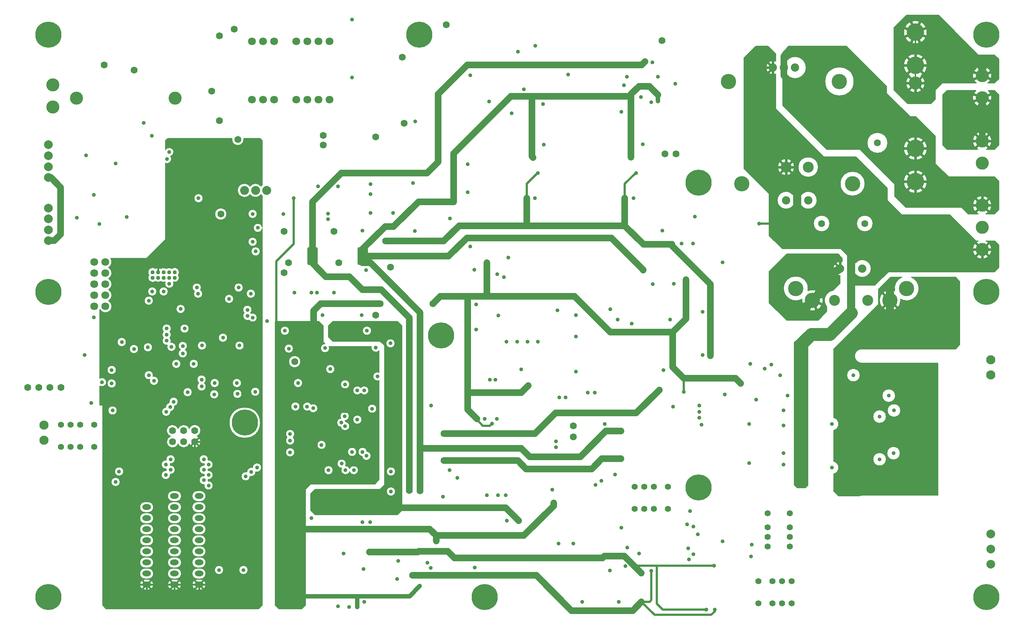
<source format=gbr>
G04 DesignSpark PCB Gerber Version 11.0 Build 5877*
G04 #@! TF.Part,Single*
G04 #@! TF.FileFunction,Copper,L3,Inr*
G04 #@! TF.FilePolarity,Positive*
%FSLAX35Y35*%
%MOIN*%
G04 #@! TA.AperFunction,ComponentPad*
%ADD28O,0.07874X0.05118*%
G04 #@! TD.AperFunction*
%ADD10C,0.00500*%
%ADD15C,0.01181*%
%ADD13C,0.01575*%
%ADD12C,0.01969*%
%ADD11C,0.02362*%
%ADD29C,0.02500*%
G04 #@! TA.AperFunction,ViaPad*
%ADD17C,0.03543*%
G04 #@! TA.AperFunction,ComponentPad*
%ADD26C,0.03740*%
G04 #@! TD.AperFunction*
%ADD14C,0.03937*%
G04 #@! TA.AperFunction,ComponentPad*
%ADD25C,0.05512*%
G04 #@! TD.AperFunction*
%ADD72C,0.05906*%
G04 #@! TA.AperFunction,ViaPad*
%ADD18C,0.06299*%
G04 #@! TA.AperFunction,ComponentPad*
%ADD20C,0.07087*%
G04 #@! TD.AperFunction*
%ADD16C,0.07480*%
G04 #@! TA.AperFunction,ComponentPad*
%ADD21C,0.07874*%
%ADD71C,0.08031*%
%ADD27C,0.08268*%
%ADD24C,0.09843*%
%ADD70C,0.11811*%
%ADD23C,0.13780*%
%ADD22C,0.15748*%
G04 #@! TA.AperFunction,WasherPad*
%ADD19C,0.23622*%
G04 #@! TD.AperFunction*
X0Y0D02*
D02*
D10*
X83250Y222370D02*
Y204974D01*
X85612D01*
Y24266D01*
X88762Y21116D01*
X226557D01*
X229707Y24266D01*
Y364561D01*
G75*
G02*
X221780Y365211I-3937J649D01*
G01*
G75*
G02*
X229707Y365860I3990J0D01*
G01*
Y394235D01*
G75*
G02*
X228644Y395345I3938J4834D01*
G01*
G75*
G02*
X218644I-5000J3724D01*
G01*
G75*
G02*
X207409Y399069I-5000J3724D01*
G01*
G75*
G02*
X218644Y402793I6234J0D01*
G01*
G75*
G02*
X228644I5000J-3724D01*
G01*
G75*
G02*
X229707Y403903I5001J-3724D01*
G01*
Y443951D01*
X227738Y445919D01*
X212970D01*
G75*
G02*
X213028Y445132I-5311J-786D01*
G01*
G75*
G02*
X202291I-5368J0D01*
G01*
G75*
G02*
X202349Y445919I5369J1D01*
G01*
X144274D01*
X142305Y443951D01*
Y435549D01*
G75*
G02*
X149839Y433715I3543J-1835D01*
G01*
G75*
G02*
X147006Y429896I-3990J0D01*
G01*
G75*
G02*
X142305Y423749I-3126J-2480D01*
G01*
Y354581D01*
X125376Y337652D01*
X93022D01*
G75*
G02*
X91113Y329423I-4772J-3228D01*
G01*
G75*
G02*
Y319423I-2863J-5000D01*
G01*
G75*
G02*
Y309423I-2863J-5000D01*
G01*
G75*
G02*
Y299423I-2863J-5000D01*
G01*
G75*
G02*
X94012Y294423I-2863J-5000D01*
G01*
G75*
G02*
X83250Y291560I-5762J0D01*
G01*
Y229311D01*
G75*
G02*
X89209Y225841I1969J-3471D01*
G01*
G75*
G02*
X83250Y222370I-3990J0D01*
G01*
X204457Y311274D02*
G75*
G02*
X212437I3990J0D01*
G01*
G75*
G02*
X204457I-3990J0D01*
G01*
X205244Y258911D02*
G75*
G02*
X213224I3990J0D01*
G01*
G75*
G02*
X205244I-3990J0D01*
G01*
X219669Y287854D02*
G75*
G02*
X225035Y284108I1376J-3745D01*
G01*
G75*
G02*
X217697Y281938I-3990J0D01*
G01*
G75*
G02*
X213435Y288439I-1376J3745D01*
G01*
G75*
G02*
X212331Y291195I2885J2756D01*
G01*
G75*
G02*
X220311I3990J0D01*
G01*
G75*
G02*
X219206Y288439I-3990J0D01*
G01*
G75*
G02*
X219669Y287854I-2886J-2756D01*
G01*
X219417Y217179D02*
G75*
G02*
X227398I3990J0D01*
G01*
G75*
G02*
X219417I-3990J0D01*
G01*
X163925Y242376D02*
G75*
G02*
X171906I3990J0D01*
G01*
G75*
G02*
X163925I-3990J0D01*
G01*
X170992Y228203D02*
G75*
G02*
X178972I3990J0D01*
G01*
G75*
G02*
X177432Y225053I-3990J0D01*
G01*
G75*
G02*
X178972Y221904I-2450J-3150D01*
G01*
G75*
G02*
X170992I-3990J0D01*
G01*
G75*
G02*
X172533Y225053I3990J0D01*
G01*
G75*
G02*
X170992Y228203I2450J3150D01*
G01*
X174004Y309109D02*
G75*
G02*
X175823Y305762I-2171J-3348D01*
G01*
G75*
G02*
X167843I-3990J0D01*
G01*
G75*
G02*
X168480Y307926I3990J0D01*
G01*
G75*
G02*
X166661Y311274I2171J3348D01*
G01*
G75*
G02*
X174642I3990J0D01*
G01*
G75*
G02*
X174004Y309109I-3990J0D01*
G01*
X171386Y258911D02*
G75*
G02*
X179366I3990J0D01*
G01*
G75*
G02*
X171386I-3990J0D01*
G01*
X168236Y391982D02*
G75*
G02*
X176217I3990J0D01*
G01*
G75*
G02*
X168236I-3990J0D01*
G01*
X182409Y214817D02*
G75*
G02*
X190390I3990J0D01*
G01*
G75*
G02*
X182409I-3990J0D01*
G01*
X186740Y56156D02*
G75*
G02*
X194720I3990J0D01*
G01*
G75*
G02*
X186740I-3990J0D01*
G01*
X182803Y225053D02*
G75*
G02*
X190783I3990J0D01*
G01*
G75*
G02*
X182803I-3990J0D01*
G01*
X186937Y377691D02*
G75*
G02*
X197673I5368J0D01*
G01*
G75*
G02*
X186937I-5368J0D01*
G01*
X195795Y301037D02*
G75*
G02*
X203776I3990J0D01*
G01*
G75*
G02*
X195795I-3990J0D01*
G01*
X199929Y189226D02*
G75*
G02*
X227988I14030J0D01*
G01*
G75*
G02*
X199929I-14030J0D01*
G01*
X208787Y56156D02*
G75*
G02*
X216768I3990J0D01*
G01*
G75*
G02*
X208787I-3990J0D01*
G01*
X220992Y148675D02*
G75*
G02*
X228972I3990J0D01*
G01*
G75*
G02*
X223853Y144848I-3990J0D01*
G01*
G75*
G02*
X223854Y144738I-3996J-112D01*
G01*
G75*
G02*
X218735Y140911I-3990J0D01*
G01*
G75*
G02*
X218736Y140801I-3996J-112D01*
G01*
G75*
G02*
X210756I-3990J0D01*
G01*
G75*
G02*
X215876Y144628I3990J0D01*
G01*
G75*
G02*
X215874Y144738I3996J112D01*
G01*
G75*
G02*
X220994Y148565I3990J0D01*
G01*
G75*
G02*
X220992Y148675I3996J112D01*
G01*
X202882Y225053D02*
G75*
G02*
X210862I3990J0D01*
G01*
G75*
G02*
X202882I-3990J0D01*
G01*
X203276Y215211D02*
G75*
G02*
X211256I3990J0D01*
G01*
G75*
G02*
X203276I-3990J0D01*
G01*
X190283Y265998D02*
G75*
G02*
X198264I3990J0D01*
G01*
G75*
G02*
X190283I-3990J0D01*
G01*
X126504Y307730D02*
G75*
G02*
X134484I3990J0D01*
G01*
G75*
G02*
X126504I-3990J0D01*
G01*
X148230Y328426D02*
G75*
G02*
X153965Y322691I2500J-3235D01*
G01*
G75*
G02*
X149586Y316266I-3235J-2500D01*
G01*
G75*
G02*
X149858Y314817I-3718J-1449D01*
G01*
G75*
G02*
X141878I-3990J0D01*
G01*
G75*
G02*
X142194Y316373I3990J0D01*
G01*
G75*
G02*
X138230Y316956I-1463J3818D01*
G01*
G75*
G02*
X133230I-2500J3235D01*
G01*
G75*
G02*
X127495Y322691I-2500J3235D01*
G01*
G75*
G02*
X133230Y328426I3235J2500D01*
G01*
G75*
G02*
X138230I2500J-3235D01*
G01*
G75*
G02*
X143230I2500J-3235D01*
G01*
G75*
G02*
X148230I2500J-3235D01*
G01*
X152094Y291982D02*
G75*
G02*
X160075I3990J0D01*
G01*
G75*
G02*
X152094I-3990J0D01*
G01*
X154063Y258518D02*
G75*
G02*
X162043I3990J0D01*
G01*
G75*
G02*
X160226Y255171I-3990J0D01*
G01*
G75*
G02*
X162043Y251825I-2173J-3346D01*
G01*
G75*
G02*
X154063I-3990J0D01*
G01*
G75*
G02*
X155880Y255171I3990J0D01*
G01*
G75*
G02*
X154063Y258518I2173J3346D01*
G01*
X158394Y216785D02*
G75*
G02*
X166374I3990J0D01*
G01*
G75*
G02*
X158394I-3990J0D01*
G01*
X155638Y274266D02*
G75*
G02*
X163618I3990J0D01*
G01*
G75*
G02*
X155638I-3990J0D01*
G01*
X136740Y307730D02*
G75*
G02*
X144720I3990J0D01*
G01*
G75*
G02*
X136740I-3990J0D01*
G01*
X143039Y156156D02*
G75*
G02*
X151020I3990J0D01*
G01*
G75*
G02*
X146617Y152187I-3990J0D01*
G01*
G75*
G02*
X146689Y151431I-3917J-755D01*
G01*
G75*
G02*
X146617Y150676I-3989J-1D01*
G01*
G75*
G02*
X151020Y146707I413J-3969D01*
G01*
G75*
G02*
X146617Y142738I-3990J0D01*
G01*
G75*
G02*
X146689Y141982I-3917J-755D01*
G01*
G75*
G02*
X138709I-3990J0D01*
G01*
G75*
G02*
X143111Y145951I3990J0D01*
G01*
G75*
G02*
X143039Y146707I3917J755D01*
G01*
G75*
G02*
X143111Y147462I3989J1D01*
G01*
G75*
G02*
X138709Y151431I-413J3969D01*
G01*
G75*
G02*
X143111Y155400I3990J0D01*
G01*
G75*
G02*
X143039Y156156I3917J755D01*
G01*
X151951Y47705D02*
G75*
G02*
Y38150I0J-4778D01*
G01*
X149195D01*
G75*
G02*
Y47705I0J4778D01*
G01*
X151951D01*
Y57705D02*
G75*
G02*
Y48150I0J-4778D01*
G01*
X149195D01*
G75*
G02*
Y57705I0J4778D01*
G01*
X151951D01*
Y67705D02*
G75*
G02*
Y58150I0J-4778D01*
G01*
X149195D01*
G75*
G02*
Y67705I0J4778D01*
G01*
X151951D01*
Y77705D02*
G75*
G02*
Y68150I0J-4778D01*
G01*
X149195D01*
G75*
G02*
Y77705I0J4778D01*
G01*
X151951D01*
Y87705D02*
G75*
G02*
Y78150I0J-4778D01*
G01*
X149195D01*
G75*
G02*
Y87705I0J4778D01*
G01*
X151951D01*
Y97705D02*
G75*
G02*
Y88150I0J-4778D01*
G01*
X149195D01*
G75*
G02*
Y97705I0J4778D01*
G01*
X151951D01*
Y107705D02*
G75*
G02*
Y98150I0J-4778D01*
G01*
X149195D01*
G75*
G02*
Y107705I0J4778D01*
G01*
X151951D01*
Y117705D02*
G75*
G02*
Y108150I0J-4778D01*
G01*
X149195D01*
G75*
G02*
Y117705I0J4778D01*
G01*
X151951D01*
Y127705D02*
G75*
G02*
Y118150I0J-4778D01*
G01*
X149195D01*
G75*
G02*
Y127705I0J4778D01*
G01*
X151951D01*
X145795Y208124D02*
G75*
G02*
X153776I3990J0D01*
G01*
G75*
G02*
X150544Y204207I-3990J0D01*
G01*
G75*
G02*
X147066Y199433I-3908J-807D01*
G01*
G75*
G02*
X147083Y199069I-3974J-363D01*
G01*
G75*
G02*
X139102I-3990J0D01*
G01*
G75*
G02*
X142662Y203036I3990J0D01*
G01*
G75*
G02*
X145878Y207317I3974J364D01*
G01*
G75*
G02*
X145795Y208124I3909J806D01*
G01*
X163841Y183975D02*
G75*
G02*
X174209Y182022I5000J-1954D01*
G01*
G75*
G02*
X170794Y177022I-5368J0D01*
G01*
G75*
G02*
X168841Y166654I-1954J-5000D01*
G01*
G75*
G02*
X163841Y170068I0J5368D01*
G01*
G75*
G02*
X153841I-5000J1954D01*
G01*
G75*
G02*
X143472Y172022I-5000J1954D01*
G01*
G75*
G02*
X146887Y177022I5368J0D01*
G01*
G75*
G02*
X148841Y187390I1954J5000D01*
G01*
G75*
G02*
X153841Y183975I0J-5368D01*
G01*
G75*
G02*
X163841I5000J-1954D01*
G01*
X180869Y155400D02*
G75*
G02*
X185272Y151431I413J-3969D01*
G01*
G75*
G02*
X180869Y147462I-3990J0D01*
G01*
G75*
G02*
X180941Y146707I-3917J-755D01*
G01*
G75*
G02*
X180869Y145951I-3989J-1D01*
G01*
G75*
G02*
X185272Y141982I413J-3969D01*
G01*
G75*
G02*
X180869Y138013I-3990J0D01*
G01*
G75*
G02*
X180941Y137258I-3917J-755D01*
G01*
G75*
G02*
X180869Y136502I-3989J-1D01*
G01*
G75*
G02*
X185272Y132533I413J-3969D01*
G01*
G75*
G02*
X177291I-3990J0D01*
G01*
G75*
G02*
X177363Y133289I3989J1D01*
G01*
G75*
G02*
X172961Y137258I-413J3969D01*
G01*
G75*
G02*
X177363Y141227I3990J0D01*
G01*
G75*
G02*
X177291Y141982I3917J755D01*
G01*
G75*
G02*
X177363Y142738I3989J1D01*
G01*
G75*
G02*
X172961Y146707I-413J3969D01*
G01*
G75*
G02*
X177363Y150676I3990J0D01*
G01*
G75*
G02*
X177291Y151431I3917J755D01*
G01*
G75*
G02*
X177363Y152187I3989J1D01*
G01*
G75*
G02*
X172961Y156156I-413J3969D01*
G01*
G75*
G02*
X180941I3990J0D01*
G01*
G75*
G02*
X180869Y155400I-3989J-1D01*
G01*
X173998Y47705D02*
G75*
G02*
Y38150I0J-4778D01*
G01*
X171242D01*
G75*
G02*
Y47705I0J4778D01*
G01*
X173998D01*
Y57705D02*
G75*
G02*
Y48150I0J-4778D01*
G01*
X171242D01*
G75*
G02*
Y57705I0J4778D01*
G01*
X173998D01*
Y67705D02*
G75*
G02*
Y58150I0J-4778D01*
G01*
X171242D01*
G75*
G02*
Y67705I0J4778D01*
G01*
X173998D01*
Y77705D02*
G75*
G02*
Y68150I0J-4778D01*
G01*
X171242D01*
G75*
G02*
Y77705I0J4778D01*
G01*
X173998D01*
Y87705D02*
G75*
G02*
Y78150I0J-4778D01*
G01*
X171242D01*
G75*
G02*
Y87705I0J4778D01*
G01*
X173998D01*
Y97705D02*
G75*
G02*
Y88150I0J-4778D01*
G01*
X171242D01*
G75*
G02*
Y97705I0J4778D01*
G01*
X173998D01*
Y107705D02*
G75*
G02*
Y98150I0J-4778D01*
G01*
X171242D01*
G75*
G02*
Y107705I0J4778D01*
G01*
X173998D01*
Y117705D02*
G75*
G02*
Y108150I0J-4778D01*
G01*
X171242D01*
G75*
G02*
Y117705I0J4778D01*
G01*
X173998D01*
Y127705D02*
G75*
G02*
Y118150I0J-4778D01*
G01*
X171242D01*
G75*
G02*
Y127705I0J4778D01*
G01*
X173998D01*
X147151Y261665D02*
G75*
G02*
X151807Y257730I666J-3934D01*
G01*
G75*
G02*
X143827I-3990J0D01*
G01*
G75*
G02*
X144152Y259308I3990J0D01*
G01*
G75*
G02*
X140601Y265998I-666J3934D01*
G01*
G75*
G02*
Y271510I2885J2756D01*
G01*
G75*
G02*
X139496Y274266I2885J2756D01*
G01*
G75*
G02*
X147476I3990J0D01*
G01*
G75*
G02*
X146372Y271510I-3990J0D01*
G01*
G75*
G02*
Y265998I-2885J-2756D01*
G01*
G75*
G02*
X147151Y261665I-2885J-2756D01*
G01*
X148157Y242376D02*
G75*
G02*
X156138I3990J0D01*
G01*
G75*
G02*
X148157I-3990J0D01*
G01*
X98945Y262061D02*
G75*
G02*
X106925I3990J0D01*
G01*
G75*
G02*
X98945I-3990J0D01*
G01*
X109969Y255762D02*
G75*
G02*
X117949I3990J0D01*
G01*
G75*
G02*
X109969I-3990J0D01*
G01*
X126754Y47705D02*
G75*
G02*
Y38150I0J-4778D01*
G01*
X123998D01*
G75*
G02*
Y47705I0J4778D01*
G01*
X126754D01*
Y57705D02*
G75*
G02*
Y48150I0J-4778D01*
G01*
X123998D01*
G75*
G02*
Y57705I0J4778D01*
G01*
X126754D01*
Y67705D02*
G75*
G02*
Y58150I0J-4778D01*
G01*
X123998D01*
G75*
G02*
Y67705I0J4778D01*
G01*
X126754D01*
Y77705D02*
G75*
G02*
Y68150I0J-4778D01*
G01*
X123998D01*
G75*
G02*
Y77705I0J4778D01*
G01*
X126754D01*
Y87705D02*
G75*
G02*
Y78150I0J-4778D01*
G01*
X123998D01*
G75*
G02*
Y87705I0J4778D01*
G01*
X126754D01*
Y97705D02*
G75*
G02*
Y88150I0J-4778D01*
G01*
X123998D01*
G75*
G02*
Y97705I0J4778D01*
G01*
X126754D01*
Y107705D02*
G75*
G02*
Y98150I0J-4778D01*
G01*
X123998D01*
G75*
G02*
Y107705I0J4778D01*
G01*
X126754D01*
Y117705D02*
G75*
G02*
Y108150I0J-4778D01*
G01*
X123998D01*
G75*
G02*
Y117705I0J4778D01*
G01*
X126754D01*
X122567Y257337D02*
G75*
G02*
X130547I3990J0D01*
G01*
G75*
G02*
X122567I-3990J0D01*
G01*
X131138Y230902D02*
G75*
G02*
X136059Y227022I931J-3880D01*
G01*
G75*
G02*
X128079I-3990J0D01*
G01*
G75*
G02*
X128276Y228260I3990J0D01*
G01*
G75*
G02*
X123354Y232140I-931J3880D01*
G01*
G75*
G02*
X131335I3990J0D01*
G01*
G75*
G02*
X131138Y230902I-3990J0D01*
G01*
X123354Y299463D02*
G75*
G02*
X131335I3990J0D01*
G01*
G75*
G02*
X123354I-3990J0D01*
G01*
X89890Y224659D02*
G75*
G02*
X97870I3990J0D01*
G01*
G75*
G02*
X89890I-3990J0D01*
G01*
X90677Y200250D02*
G75*
G02*
X98657I3990J0D01*
G01*
G75*
G02*
X90677I-3990J0D01*
G01*
X93433Y135683D02*
G75*
G02*
X101413I3990J0D01*
G01*
G75*
G02*
X93433I-3990J0D01*
G01*
X96583Y145132D02*
G75*
G02*
X104563I3990J0D01*
G01*
G75*
G02*
X96583I-3990J0D01*
G01*
X89890Y236864D02*
G75*
G02*
X97870I3990J0D01*
G01*
G75*
G02*
X89890I-3990J0D01*
G01*
X215480Y305762D02*
G75*
G02*
X223461I3990J0D01*
G01*
G75*
G02*
X215480I-3990J0D01*
G01*
X217055Y352612D02*
G75*
G02*
X225035I3990J0D01*
G01*
G75*
G02*
X217055I-3990J0D01*
G01*
X219811Y343951D02*
G75*
G02*
X227791I3990J0D01*
G01*
G75*
G02*
X219811I-3990J0D01*
G01*
X217055Y377809D02*
G75*
G02*
X225035I3990J0D01*
G01*
G75*
G02*
X217055I-3990J0D01*
G01*
X85612Y42927D02*
G36*
X85612Y42927D02*
Y24266D01*
X88512Y21366D01*
X226807D01*
X229457Y24016D01*
Y42927D01*
X178776D01*
G75*
G02*
X173998Y38150I-4778J0D01*
G01*
X171242D01*
G75*
G02*
X166465Y42927I0J4778D01*
G01*
X156728D01*
G75*
G02*
X151951Y38150I-4778J0D01*
G01*
X149195D01*
G75*
G02*
X144417Y42927I0J4778D01*
G01*
X131531D01*
G75*
G02*
X126754Y38150I-4778J0D01*
G01*
X123998D01*
G75*
G02*
X119220Y42927I0J4778D01*
G01*
X85612D01*
G37*
Y56156D02*
G36*
X85612Y56156D02*
Y42927D01*
X119220D01*
G75*
G02*
X123998Y47705I4778J0D01*
G01*
X126754D01*
G75*
G02*
X131531Y42927I0J-4778D01*
G01*
X144417D01*
G75*
G02*
X149195Y47705I4778J0D01*
G01*
X151951D01*
G75*
G02*
X156728Y42927I0J-4778D01*
G01*
X166465D01*
G75*
G02*
X171242Y47705I4778J0D01*
G01*
X173998D01*
G75*
G02*
X178776Y42927I0J-4778D01*
G01*
X229457D01*
Y56156D01*
X216768D01*
G75*
G02*
X208787I-3990J0D01*
G01*
X194720D01*
G75*
G02*
X186740I-3990J0D01*
G01*
X177520D01*
G75*
G02*
X178776Y52927I-3522J-3228D01*
G01*
G75*
G02*
X173998Y48150I-4778J0D01*
G01*
X171242D01*
G75*
G02*
X166465Y52927I0J4778D01*
G01*
G75*
G02*
X167720Y56156I4778J0D01*
G01*
X155472D01*
G75*
G02*
X156728Y52927I-3522J-3228D01*
G01*
G75*
G02*
X151951Y48150I-4778J0D01*
G01*
X149195D01*
G75*
G02*
X144417Y52927I0J4778D01*
G01*
G75*
G02*
X145673Y56156I4778J0D01*
G01*
X130276D01*
G75*
G02*
X131531Y52927I-3522J-3228D01*
G01*
G75*
G02*
X126754Y48150I-4778J0D01*
G01*
X123998D01*
G75*
G02*
X119220Y52927I0J4778D01*
G01*
G75*
G02*
X120476Y56156I4778J0D01*
G01*
X85612D01*
G37*
Y62927D02*
G36*
X85612Y62927D02*
Y56156D01*
X120476D01*
G75*
G02*
X123998Y57705I3522J-3228D01*
G01*
X126754D01*
G75*
G02*
X130276Y56156I0J-4778D01*
G01*
X145673D01*
G75*
G02*
X149195Y57705I3522J-3228D01*
G01*
X151951D01*
G75*
G02*
X155472Y56156I0J-4778D01*
G01*
X167720D01*
G75*
G02*
X171242Y57705I3522J-3228D01*
G01*
X173998D01*
G75*
G02*
X177520Y56156I0J-4778D01*
G01*
X186740D01*
G75*
G02*
X194720I3990J0D01*
G01*
X208787D01*
G75*
G02*
X216768I3990J0D01*
G01*
X229457D01*
Y62927D01*
X178776D01*
G75*
G02*
X173998Y58150I-4778J0D01*
G01*
X171242D01*
G75*
G02*
X166465Y62927I0J4778D01*
G01*
X156728D01*
G75*
G02*
X151951Y58150I-4778J0D01*
G01*
X149195D01*
G75*
G02*
X144417Y62927I0J4778D01*
G01*
X131531D01*
G75*
G02*
X126754Y58150I-4778J0D01*
G01*
X123998D01*
G75*
G02*
X119220Y62927I0J4778D01*
G01*
X85612D01*
G37*
Y72927D02*
G36*
X85612Y72927D02*
Y62927D01*
X119220D01*
G75*
G02*
X123998Y67705I4778J0D01*
G01*
X126754D01*
G75*
G02*
X131531Y62927I0J-4778D01*
G01*
X144417D01*
G75*
G02*
X149195Y67705I4778J0D01*
G01*
X151951D01*
G75*
G02*
X156728Y62927I0J-4778D01*
G01*
X166465D01*
G75*
G02*
X171242Y67705I4778J0D01*
G01*
X173998D01*
G75*
G02*
X178776Y62927I0J-4778D01*
G01*
X229457D01*
Y72927D01*
X178776D01*
G75*
G02*
X173998Y68150I-4778J0D01*
G01*
X171242D01*
G75*
G02*
X166465Y72927I0J4778D01*
G01*
X156728D01*
G75*
G02*
X151951Y68150I-4778J0D01*
G01*
X149195D01*
G75*
G02*
X144417Y72927I0J4778D01*
G01*
X131531D01*
G75*
G02*
X126754Y68150I-4778J0D01*
G01*
X123998D01*
G75*
G02*
X119220Y72927I0J4778D01*
G01*
X85612D01*
G37*
Y82927D02*
G36*
X85612Y82927D02*
Y72927D01*
X119220D01*
G75*
G02*
X123998Y77705I4778J0D01*
G01*
X126754D01*
G75*
G02*
X131531Y72927I0J-4778D01*
G01*
X144417D01*
G75*
G02*
X149195Y77705I4778J0D01*
G01*
X151951D01*
G75*
G02*
X156728Y72927I0J-4778D01*
G01*
X166465D01*
G75*
G02*
X171242Y77705I4778J0D01*
G01*
X173998D01*
G75*
G02*
X178776Y72927I0J-4778D01*
G01*
X229457D01*
Y82927D01*
X178776D01*
G75*
G02*
X173998Y78150I-4778J0D01*
G01*
X171242D01*
G75*
G02*
X166465Y82927I0J4778D01*
G01*
X156728D01*
G75*
G02*
X151951Y78150I-4778J0D01*
G01*
X149195D01*
G75*
G02*
X144417Y82927I0J4778D01*
G01*
X131531D01*
G75*
G02*
X126754Y78150I-4778J0D01*
G01*
X123998D01*
G75*
G02*
X119220Y82927I0J4778D01*
G01*
X85612D01*
G37*
Y92927D02*
G36*
X85612Y92927D02*
Y82927D01*
X119220D01*
G75*
G02*
X123998Y87705I4778J0D01*
G01*
X126754D01*
G75*
G02*
X131531Y82927I0J-4778D01*
G01*
X144417D01*
G75*
G02*
X149195Y87705I4778J0D01*
G01*
X151951D01*
G75*
G02*
X156728Y82927I0J-4778D01*
G01*
X166465D01*
G75*
G02*
X171242Y87705I4778J0D01*
G01*
X173998D01*
G75*
G02*
X178776Y82927I0J-4778D01*
G01*
X229457D01*
Y92927D01*
X178776D01*
G75*
G02*
X173998Y88150I-4778J0D01*
G01*
X171242D01*
G75*
G02*
X166465Y92927I0J4778D01*
G01*
X156728D01*
G75*
G02*
X151951Y88150I-4778J0D01*
G01*
X149195D01*
G75*
G02*
X144417Y92927I0J4778D01*
G01*
X131531D01*
G75*
G02*
X126754Y88150I-4778J0D01*
G01*
X123998D01*
G75*
G02*
X119220Y92927I0J4778D01*
G01*
X85612D01*
G37*
Y102927D02*
G36*
X85612Y102927D02*
Y92927D01*
X119220D01*
G75*
G02*
X123998Y97705I4778J0D01*
G01*
X126754D01*
G75*
G02*
X131531Y92927I0J-4778D01*
G01*
X144417D01*
G75*
G02*
X149195Y97705I4778J0D01*
G01*
X151951D01*
G75*
G02*
X156728Y92927I0J-4778D01*
G01*
X166465D01*
G75*
G02*
X171242Y97705I4778J0D01*
G01*
X173998D01*
G75*
G02*
X178776Y92927I0J-4778D01*
G01*
X229457D01*
Y102927D01*
X178776D01*
G75*
G02*
X173998Y98150I-4778J0D01*
G01*
X171242D01*
G75*
G02*
X166465Y102927I0J4778D01*
G01*
X156728D01*
G75*
G02*
X151951Y98150I-4778J0D01*
G01*
X149195D01*
G75*
G02*
X144417Y102927I0J4778D01*
G01*
X131531D01*
G75*
G02*
X126754Y98150I-4778J0D01*
G01*
X123998D01*
G75*
G02*
X119220Y102927I0J4778D01*
G01*
X85612D01*
G37*
Y112927D02*
G36*
X85612Y112927D02*
Y102927D01*
X119220D01*
G75*
G02*
X123998Y107705I4778J0D01*
G01*
X126754D01*
G75*
G02*
X131531Y102927I0J-4778D01*
G01*
X144417D01*
G75*
G02*
X149195Y107705I4778J0D01*
G01*
X151951D01*
G75*
G02*
X156728Y102927I0J-4778D01*
G01*
X166465D01*
G75*
G02*
X171242Y107705I4778J0D01*
G01*
X173998D01*
G75*
G02*
X178776Y102927I0J-4778D01*
G01*
X229457D01*
Y112927D01*
X178776D01*
G75*
G02*
X173998Y108150I-4778J0D01*
G01*
X171242D01*
G75*
G02*
X166465Y112927I0J4778D01*
G01*
X156728D01*
G75*
G02*
X151951Y108150I-4778J0D01*
G01*
X149195D01*
G75*
G02*
X144417Y112927I0J4778D01*
G01*
X131531D01*
G75*
G02*
X126754Y108150I-4778J0D01*
G01*
X123998D01*
G75*
G02*
X119220Y112927I0J4778D01*
G01*
X85612D01*
G37*
Y122927D02*
G36*
X85612Y122927D02*
Y112927D01*
X119220D01*
G75*
G02*
X123998Y117705I4778J0D01*
G01*
X126754D01*
G75*
G02*
X131531Y112927I0J-4778D01*
G01*
X144417D01*
G75*
G02*
X149195Y117705I4778J0D01*
G01*
X151951D01*
G75*
G02*
X156728Y112927I0J-4778D01*
G01*
X166465D01*
G75*
G02*
X171242Y117705I4778J0D01*
G01*
X173998D01*
G75*
G02*
X178776Y112927I0J-4778D01*
G01*
X229457D01*
Y122927D01*
X178776D01*
G75*
G02*
X173998Y118150I-4778J0D01*
G01*
X171242D01*
G75*
G02*
X166465Y122927I0J4778D01*
G01*
X156728D01*
G75*
G02*
X151951Y118150I-4778J0D01*
G01*
X149195D01*
G75*
G02*
X144417Y122927I0J4778D01*
G01*
X85612D01*
G37*
Y135683D02*
G36*
X85612Y135683D02*
Y122927D01*
X144417D01*
G75*
G02*
X149195Y127705I4778J0D01*
G01*
X151951D01*
G75*
G02*
X156728Y122927I0J-4778D01*
G01*
X166465D01*
G75*
G02*
X171242Y127705I4778J0D01*
G01*
X173998D01*
G75*
G02*
X178776Y122927I0J-4778D01*
G01*
X229457D01*
Y135683D01*
X183731D01*
G75*
G02*
X185272Y132533I-2450J-3150D01*
G01*
G75*
G02*
X177291I-3990J0D01*
G01*
G75*
G02*
X177363Y133289I4009J-1D01*
G01*
G75*
G02*
X173285Y135683I-413J3969D01*
G01*
X101413D01*
G75*
G02*
X93433I-3990J0D01*
G01*
X85612D01*
G37*
Y144738D02*
G36*
X85612Y144738D02*
Y135683D01*
X93433D01*
G75*
G02*
X101413I3990J0D01*
G01*
X173285D01*
G75*
G02*
X172961Y137258I3667J1575D01*
G01*
G75*
G02*
X177363Y141227I3990J0D01*
G01*
G75*
G02*
X177291Y141982I3937J757D01*
G01*
G75*
G02*
X177363Y142738I4009J-1D01*
G01*
G75*
G02*
X173480Y144738I-413J3969D01*
G01*
X150500D01*
G75*
G02*
X146617Y142738I-3471J1969D01*
G01*
G75*
G02*
X146689Y141982I-3937J-757D01*
G01*
G75*
G02*
X138709I-3990J0D01*
G01*
G75*
G02*
X139813Y144738I3991J0D01*
G01*
X104544D01*
G75*
G02*
X96602I-3971J394D01*
G01*
X85612D01*
G37*
X180941Y137258D02*
G36*
X180941Y137258D02*
G75*
G02*
X180869Y136502I-4009J1D01*
G01*
G75*
G02*
X183731Y135683I413J-3969D01*
G01*
X229457D01*
Y144738D01*
X225630D01*
G75*
G02*
X224334I-648J3938D01*
G01*
X223854D01*
G75*
G02*
X218735Y140911I-3990J0D01*
G01*
G75*
G02*
X218736Y140801I-3859J-110D01*
G01*
G75*
G02*
X210756I-3990J0D01*
G01*
G75*
G02*
X214098Y144738I3990J0D01*
G01*
X184167D01*
G75*
G02*
X185272Y141982I-2886J-2756D01*
G01*
G75*
G02*
X180869Y138013I-3990J0D01*
G01*
G75*
G02*
X180941Y137258I-3937J-757D01*
G01*
G37*
X215874Y144738D02*
G36*
X215874Y144738D02*
X215394D01*
G75*
G02*
X215876Y144628I-648J-3937D01*
G01*
G75*
G02*
X215874Y144738I3859J110D01*
G01*
G37*
X85612Y177022D02*
G36*
X85612Y177022D02*
Y144738D01*
X96602D01*
G75*
G02*
X96583Y145132I3971J392D01*
G01*
G75*
G02*
X104563I3990J0D01*
G01*
G75*
G02*
X104544Y144738I-3991J-2D01*
G01*
X139813D01*
G75*
G02*
X143111Y145951I2886J-2756D01*
G01*
G75*
G02*
X143039Y146707I3937J757D01*
G01*
G75*
G02*
X143111Y147462I4009J-1D01*
G01*
G75*
G02*
X138709Y151431I-413J3969D01*
G01*
G75*
G02*
X143111Y155400I3990J0D01*
G01*
G75*
G02*
X143039Y156156I3937J757D01*
G01*
G75*
G02*
X151020I3990J0D01*
G01*
G75*
G02*
X146617Y152187I-3990J0D01*
G01*
G75*
G02*
X146689Y151431I-3937J-757D01*
G01*
G75*
G02*
X146617Y150676I-4009J1D01*
G01*
G75*
G02*
X151020Y146707I413J-3969D01*
G01*
G75*
G02*
X150500Y144738I-3990J0D01*
G01*
X173480D01*
G75*
G02*
X172961Y146707I3471J1969D01*
G01*
G75*
G02*
X177363Y150676I3990J0D01*
G01*
G75*
G02*
X177291Y151431I3937J757D01*
G01*
G75*
G02*
X177363Y152187I4009J-1D01*
G01*
G75*
G02*
X172961Y156156I-413J3969D01*
G01*
G75*
G02*
X180941I3990J0D01*
G01*
G75*
G02*
X180869Y155400I-4009J1D01*
G01*
G75*
G02*
X185272Y151431I413J-3969D01*
G01*
G75*
G02*
X180869Y147462I-3990J0D01*
G01*
G75*
G02*
X180941Y146707I-3937J-757D01*
G01*
G75*
G02*
X180869Y145951I-4009J1D01*
G01*
G75*
G02*
X184167Y144738I412J-3969D01*
G01*
X214098D01*
G75*
G02*
X215394I648J-3938D01*
G01*
X215874D01*
G75*
G02*
X220994Y148565I3990J0D01*
G01*
G75*
G02*
X220992Y148675I3859J110D01*
G01*
G75*
G02*
X228972I3990J0D01*
G01*
G75*
G02*
X225630Y144738I-3990J0D01*
G01*
X229457D01*
Y177022D01*
X220878D01*
G75*
G02*
X207040I-6919J12205D01*
G01*
X170794D01*
G75*
G02*
X174209Y172022I-1954J-5000D01*
G01*
G75*
G02*
X168841Y166654I-5368J0D01*
G01*
G75*
G02*
X163841Y170068I0J5369D01*
G01*
G75*
G02*
X153841I-5000J1954D01*
G01*
G75*
G02*
X143472Y172022I-5000J1954D01*
G01*
G75*
G02*
X146887Y177022I5369J0D01*
G01*
X85612D01*
G37*
X223853Y144848D02*
G36*
X223853Y144848D02*
G75*
G02*
X223854Y144738I-3859J-110D01*
G01*
X224334D01*
G75*
G02*
X223853Y144848I648J3937D01*
G01*
G37*
X85612Y189226D02*
G36*
X85612Y189226D02*
Y177022D01*
X146887D01*
G75*
G02*
X143472Y182022I1954J5000D01*
G01*
G75*
G02*
X148841Y187390I5368J0D01*
G01*
G75*
G02*
X153841Y183975I0J-5369D01*
G01*
G75*
G02*
X163841I5000J-1954D01*
G01*
G75*
G02*
X174209Y182022I5000J-1954D01*
G01*
G75*
G02*
X170794Y177022I-5369J0D01*
G01*
X207040D01*
G75*
G02*
X199929Y189226I6919J12205D01*
G01*
X85612D01*
G37*
X227988D02*
G36*
X227988Y189226D02*
G75*
G02*
X220878Y177022I-14030J0D01*
G01*
X229457D01*
Y189226D01*
X227988D01*
G37*
X85612Y203596D02*
G36*
X85612Y203596D02*
Y189226D01*
X199929D01*
G75*
G02*
X227988I14030J0D01*
G01*
X229457D01*
Y203596D01*
X150621D01*
G75*
G02*
X150626Y203400I-3987J-194D01*
G01*
G75*
G02*
X147066Y199433I-3991J0D01*
G01*
G75*
G02*
X147083Y199078I-3802J-355D01*
G01*
G75*
G02*
Y199069I-3817J-4D01*
G01*
G75*
G02*
X139102I-3990J0D01*
G01*
G75*
G02*
X142662Y203036I3991J0D01*
G01*
G75*
G02*
X142646Y203399I3973J363D01*
G01*
G75*
G02*
X142650Y203596I3994J3D01*
G01*
X96841D01*
G75*
G02*
X98657Y200250I-2173J-3346D01*
G01*
G75*
G02*
X90677I-3990J0D01*
G01*
G75*
G02*
X92494Y203596I3990J0D01*
G01*
X85612D01*
G37*
X83500Y217179D02*
G36*
X83500Y217179D02*
Y204974D01*
X85612D01*
Y203596D01*
X92494D01*
G75*
G02*
X96841I2173J-3346D01*
G01*
X142650D01*
G75*
G02*
X145878Y207317I3985J-197D01*
G01*
G75*
G02*
X145795Y208121I3891J804D01*
G01*
G75*
G02*
Y208124I4155J2D01*
G01*
G75*
G02*
X153776I3990J0D01*
G01*
Y208124D01*
G75*
G02*
X150544Y204207I-3989J0D01*
G01*
G75*
G02*
X150621Y203596I-3909J-807D01*
G01*
X229457D01*
Y217179D01*
X227398D01*
G75*
G02*
X219417I-3990J0D01*
G01*
X210737D01*
G75*
G02*
X211256Y215211I-3471J-1969D01*
G01*
G75*
G02*
X203276I-3990J0D01*
G01*
G75*
G02*
X203795Y217179I3990J0D01*
G01*
X189615D01*
G75*
G02*
X190390Y214817I-3216J-2362D01*
G01*
G75*
G02*
X182409I-3990J0D01*
G01*
G75*
G02*
X183184Y217179I3990J0D01*
G01*
X166355D01*
G75*
G02*
X166374Y216785I-3971J-392D01*
G01*
G75*
G02*
X158394I-3990J0D01*
G01*
G75*
G02*
X158413Y217179I3991J2D01*
G01*
X83500D01*
G37*
Y222239D02*
G36*
X83500Y222239D02*
Y217179D01*
X158413D01*
G75*
G02*
X166355I3971J-394D01*
G01*
X183184D01*
G75*
G02*
X189615I3216J-2362D01*
G01*
X203795D01*
G75*
G02*
X210737I3471J-1969D01*
G01*
X219417D01*
G75*
G02*
X227398I3990J0D01*
G01*
X229457D01*
Y225053D01*
X210862D01*
G75*
G02*
X202882I-3990J0D01*
G01*
X190783D01*
G75*
G02*
X182803I-3990J0D01*
G01*
X177432D01*
G75*
G02*
X178972Y221904I-2450J-3150D01*
G01*
G75*
G02*
X170992I-3990J0D01*
G01*
G75*
G02*
X172533Y225053I3991J0D01*
G01*
X135540D01*
G75*
G02*
X128598I-3471J1969D01*
G01*
X97851D01*
G75*
G02*
X97870Y224659I-3971J-392D01*
G01*
G75*
G02*
X89890I-3990J0D01*
G01*
G75*
G02*
X89909Y225053I3991J2D01*
G01*
X89130D01*
G75*
G02*
X83500Y222239I-3912J787D01*
G01*
G37*
Y236864D02*
G36*
X83500Y236864D02*
Y229442D01*
G75*
G02*
X89209Y225841I1719J-3601D01*
G01*
G75*
G02*
X89130Y225053I-3991J0D01*
G01*
X89909D01*
G75*
G02*
X97851I3971J-394D01*
G01*
X128598D01*
G75*
G02*
X128079Y227022I3471J1969D01*
G01*
G75*
G02*
X128276Y228260I4001J-1D01*
G01*
G75*
G02*
X123354Y232140I-931J3880D01*
G01*
G75*
G02*
X131335I3990J0D01*
G01*
G75*
G02*
X131138Y230902I-4001J1D01*
G01*
G75*
G02*
X136059Y227022I931J-3880D01*
G01*
G75*
G02*
X135540Y225053I-3990J0D01*
G01*
X172533D01*
G75*
G02*
X170992Y228203I2450J3150D01*
G01*
G75*
G02*
X178972I3990J0D01*
G01*
G75*
G02*
X177432Y225053I-3991J0D01*
G01*
X182803D01*
G75*
G02*
X190783I3990J0D01*
G01*
X202882D01*
G75*
G02*
X210862I3990J0D01*
G01*
X229457D01*
Y236864D01*
X97870D01*
G75*
G02*
X89890I-3990J0D01*
G01*
X83500D01*
G37*
Y242376D02*
G36*
X83500Y242376D02*
Y236864D01*
X89890D01*
G75*
G02*
X97870I3990J0D01*
G01*
X229457D01*
Y242376D01*
X171906D01*
G75*
G02*
X163925I-3990J0D01*
G01*
X156138D01*
G75*
G02*
X148157I-3990J0D01*
G01*
X83500D01*
G37*
Y258911D02*
G36*
X83500Y258911D02*
Y242376D01*
X148157D01*
G75*
G02*
X156138I3990J0D01*
G01*
X163925D01*
G75*
G02*
X171906I3990J0D01*
G01*
X229457D01*
Y258911D01*
X213224D01*
G75*
G02*
X205244I-3990J0D01*
G01*
X179366D01*
G75*
G02*
X171386I-3990J0D01*
G01*
X162024D01*
G75*
G02*
X162043Y258518I-3971J-392D01*
G01*
Y258517D01*
G75*
G02*
X160226Y255171I-3990J0D01*
G01*
G75*
G02*
X162043Y251825I-2173J-3346D01*
G01*
Y251825D01*
G75*
G02*
X154063I-3990J0D01*
G01*
Y251825D01*
G75*
G02*
X155880Y255171I3990J0D01*
G01*
G75*
G02*
X154063Y258517I2173J3346D01*
G01*
Y258518D01*
G75*
G02*
X154082Y258911I3991J2D01*
G01*
X151628D01*
G75*
G02*
X151807Y257730I-3812J-1181D01*
G01*
G75*
G02*
X143827I-3990J0D01*
G01*
G75*
G02*
X144006Y258911I3994J-2D01*
G01*
X130223D01*
G75*
G02*
X130547Y257337I-3666J-1575D01*
G01*
G75*
G02*
X122567I-3990J0D01*
G01*
G75*
G02*
X122891Y258911I3990J0D01*
G01*
X116408D01*
G75*
G02*
X117949Y255762I-2450J-3150D01*
G01*
G75*
G02*
X109969I-3990J0D01*
G01*
G75*
G02*
X111509Y258911I3990J0D01*
G01*
X105385D01*
G75*
G02*
X100485I-2450J3150D01*
G01*
X83500D01*
G37*
Y265998D02*
G36*
X83500Y265998D02*
Y258911D01*
X100485D01*
G75*
G02*
X98945Y262061I2450J3150D01*
G01*
G75*
G02*
X102286Y265998I3990J0D01*
G01*
X83500D01*
G37*
X106925Y262061D02*
G36*
X106925Y262061D02*
G75*
G02*
X105385Y258911I-3990J0D01*
G01*
X111509D01*
G75*
G02*
X116408I2450J-3150D01*
G01*
X122891D01*
G75*
G02*
X130223I3666J-1575D01*
G01*
X144006D01*
G75*
G02*
X144152Y259308I3815J-1181D01*
G01*
G75*
G02*
X139496Y263242I-666J3934D01*
G01*
G75*
G02*
X140601Y265998I3990J0D01*
G01*
X103584D01*
G75*
G02*
X106925Y262061I-649J-3937D01*
G01*
G37*
X147476Y263242D02*
G36*
X147476Y263242D02*
G75*
G02*
X147151Y261665I-3989J0D01*
G01*
G75*
G02*
X151628Y258911I665J-3935D01*
G01*
X154082D01*
G75*
G02*
X162024I3971J-394D01*
G01*
X171386D01*
G75*
G02*
X179366I3990J0D01*
G01*
X205244D01*
G75*
G02*
X213224I3990J0D01*
G01*
X229457D01*
Y265998D01*
X198264D01*
G75*
G02*
X190283I-3990J0D01*
G01*
X146372D01*
G75*
G02*
X147476Y263242I-2885J-2756D01*
G01*
G37*
X83500Y274266D02*
G36*
X83500Y274266D02*
Y265998D01*
X102286D01*
G75*
G02*
X103584I649J-3938D01*
G01*
X140601D01*
G75*
G02*
X139496Y268754I2885J2756D01*
G01*
G75*
G02*
X140601Y271510I3990J0D01*
G01*
G75*
G02*
X139496Y274266I2887J2756D01*
G01*
X83500D01*
G37*
X147476Y268754D02*
G36*
X147476Y268754D02*
G75*
G02*
X146372Y265998I-3990J0D01*
G01*
X190283D01*
G75*
G02*
X198264I3990J0D01*
G01*
X229457D01*
Y274266D01*
X163618D01*
G75*
G02*
X155638I-3990J0D01*
G01*
X147476D01*
G75*
G02*
X146372Y271510I-3991J0D01*
G01*
G75*
G02*
X147476Y268754I-2885J-2756D01*
G01*
G37*
X83500Y287652D02*
G36*
X83500Y287652D02*
Y274266D01*
X139496D01*
G75*
G02*
X147476I3990J0D01*
G01*
X155638D01*
G75*
G02*
X163618I3990J0D01*
G01*
X229457D01*
Y287652D01*
X222880D01*
G75*
G02*
X225035Y284108I-1835J-3543D01*
G01*
Y284108D01*
G75*
G02*
X217697Y281938I-3990J0D01*
G01*
G75*
G02*
X212331Y285683I-1376J3745D01*
G01*
G75*
G02*
X212850Y287652I3990J0D01*
G01*
X83500D01*
G37*
Y291162D02*
G36*
X83500Y291162D02*
Y287652D01*
X212850D01*
G75*
G02*
X213435Y288439I3471J-1969D01*
G01*
G75*
G02*
X212331Y291195I2887J2756D01*
G01*
G75*
G02*
X212409Y291982I3990J0D01*
G01*
X160075D01*
G75*
G02*
X152094I-3990J0D01*
G01*
X93469D01*
G75*
G02*
X83500Y291162I-5219J2441D01*
G01*
G37*
X219206Y288439D02*
G36*
X219206Y288439D02*
G75*
G02*
X219669Y287854I-2906J-2772D01*
G01*
G75*
G02*
X222880Y287652I1376J-3746D01*
G01*
X229457D01*
Y291982D01*
X220233D01*
G75*
G02*
X220311Y291195I-3912J-787D01*
G01*
G75*
G02*
X219206Y288439I-3991J0D01*
G01*
G37*
X92912Y301037D02*
G36*
X92912Y301037D02*
G75*
G02*
X91113Y299423I-4662J3386D01*
G01*
G75*
G02*
X94012Y294423I-2864J-5000D01*
G01*
G75*
G02*
X93469Y291982I-5762J0D01*
G01*
X152094D01*
G75*
G02*
X160075I3990J0D01*
G01*
X212409D01*
G75*
G02*
X220233I3912J-787D01*
G01*
X229457D01*
Y301037D01*
X203776D01*
G75*
G02*
X195795I-3990J0D01*
G01*
X131011D01*
G75*
G02*
X131335Y299463I-3666J-1575D01*
G01*
G75*
G02*
X123354I-3990J0D01*
G01*
G75*
G02*
X123678Y301037I3990J0D01*
G01*
X92912D01*
G37*
X94012Y304423D02*
G36*
X94012Y304423D02*
G75*
G02*
X92912Y301037I-5762J0D01*
G01*
X123678D01*
G75*
G02*
X131011I3666J-1575D01*
G01*
X195795D01*
G75*
G02*
X203776I3990J0D01*
G01*
X229457D01*
Y305762D01*
X223461D01*
G75*
G02*
X215480I-3990J0D01*
G01*
X175823D01*
G75*
G02*
X167843I-3990J0D01*
G01*
X144201D01*
G75*
G02*
X137259I-3471J1969D01*
G01*
X133965D01*
G75*
G02*
X127023I-3471J1969D01*
G01*
X93854D01*
G75*
G02*
X94012Y304423I-5605J-1338D01*
G01*
G37*
X93075Y311274D02*
G36*
X93075Y311274D02*
G75*
G02*
X91113Y309423I-4825J3150D01*
G01*
G75*
G02*
X93854Y305762I-2863J-5000D01*
G01*
X127023D01*
G75*
G02*
X126504Y307730I3471J1969D01*
G01*
G75*
G02*
X128659Y311274I3990J0D01*
G01*
X93075D01*
G37*
X134484Y307730D02*
G36*
X134484Y307730D02*
G75*
G02*
X133965Y305762I-3990J0D01*
G01*
X137259D01*
G75*
G02*
X136740Y307730I3471J1969D01*
G01*
G75*
G02*
X138896Y311274I3990J0D01*
G01*
X132329D01*
G75*
G02*
X134484Y307730I-1835J-3543D01*
G01*
G37*
X144033Y311274D02*
G36*
X144033Y311274D02*
X142565D01*
G75*
G02*
X144720Y307730I-1835J-3543D01*
G01*
G75*
G02*
X144201Y305762I-3990J0D01*
G01*
X167843D01*
G75*
G02*
Y305763I3759J0D01*
G01*
G75*
G02*
X168480Y307926I3988J0D01*
G01*
G75*
G02*
X166661Y311274I2172J3348D01*
G01*
X147703D01*
G75*
G02*
X144033I-1835J3543D01*
G01*
G37*
X174642Y311273D02*
G36*
X174642Y311273D02*
G75*
G02*
X174004Y309109I-3988J0D01*
G01*
G75*
G02*
X175823Y305762I-2172J-3348D01*
G01*
X215480D01*
G75*
G02*
X223461I3990J0D01*
G01*
X229457D01*
Y311274D01*
X212437D01*
G75*
G02*
X204457I-3990J0D01*
G01*
X174642D01*
G75*
G02*
Y311273I-3759J0D01*
G01*
G37*
X94012Y334423D02*
G36*
X94012Y334423D02*
G75*
G02*
X91113Y329423I-5762J0D01*
G01*
G75*
G02*
X94012Y324423I-2863J-5000D01*
G01*
G75*
G02*
X91113Y319423I-5762J0D01*
G01*
G75*
G02*
X94012Y314423I-2863J-5000D01*
G01*
G75*
G02*
X93075Y311274I-5762J0D01*
G01*
X128659D01*
G75*
G02*
X132329I1835J-3543D01*
G01*
X138896D01*
G75*
G02*
X142565I1835J-3543D01*
G01*
X144033D01*
G75*
G02*
X141878Y314817I1835J3543D01*
G01*
G75*
G02*
X142194Y316373I3993J-1D01*
G01*
G75*
G02*
X138230Y316956I-1464J3817D01*
G01*
G75*
G02*
X133230I-2500J3234D01*
G01*
G75*
G02*
X126642Y320191I-2500J3235D01*
G01*
G75*
G02*
X127495Y322691I4088J0D01*
G01*
G75*
G02*
X126642Y325191I3235J2500D01*
G01*
G75*
G02*
X133230Y328426I4089J0D01*
G01*
G75*
G02*
X138230I2500J-3234D01*
G01*
G75*
G02*
X143230I2500J-3234D01*
G01*
G75*
G02*
X148230I2500J-3234D01*
G01*
G75*
G02*
X154819Y325191I2500J-3235D01*
G01*
G75*
G02*
X153965Y322691I-4089J0D01*
G01*
G75*
G02*
X154819Y320191I-3235J-2500D01*
G01*
G75*
G02*
X149586Y316266I-4089J0D01*
G01*
G75*
G02*
X149858Y314817I-3728J-1451D01*
G01*
G75*
G02*
X147703Y311274I-3990J0D01*
G01*
X166661D01*
G75*
G02*
X174642I3990J0D01*
G01*
X204457D01*
G75*
G02*
X212437I3990J0D01*
G01*
X229457D01*
Y343951D01*
X227791D01*
G75*
G02*
X219811I-3990J0D01*
G01*
X131675D01*
X125376Y337652D01*
X93022D01*
G75*
G02*
X94012Y334423I-4773J-3228D01*
G01*
G37*
X140337Y352612D02*
G36*
X140337Y352612D02*
X131675Y343951D01*
X219811D01*
G75*
G02*
X227791I3990J0D01*
G01*
X229457D01*
Y352612D01*
X225035D01*
G75*
G02*
X217055I-3990J0D01*
G01*
X140337D01*
G37*
X142305Y354581D02*
G36*
X142305Y354581D02*
X140337Y352612D01*
X217055D01*
G75*
G02*
X225035I3990J0D01*
G01*
X229457D01*
Y363685D01*
G75*
G02*
X221780Y365211I-3687J1526D01*
G01*
G75*
G02*
X229457Y366736I3990J0D01*
G01*
Y377691D01*
X225034D01*
G75*
G02*
X217057I-3989J118D01*
G01*
X197673D01*
G75*
G02*
X186937I-5368J0D01*
G01*
X142305D01*
Y354581D01*
G37*
Y391982D02*
G36*
X142305Y391982D02*
Y377691D01*
X186937D01*
G75*
G02*
X197673I5368J0D01*
G01*
X217057D01*
G75*
G02*
X217055Y377809I3989J112D01*
G01*
G75*
G02*
X225035I3990J0D01*
G01*
G75*
G02*
X225034Y377691I-3991J-6D01*
G01*
X229457D01*
Y391982D01*
X176217D01*
G75*
G02*
X168236I-3990J0D01*
G01*
X142305D01*
G37*
Y423749D02*
G36*
X142305Y423749D02*
Y391982D01*
X168236D01*
G75*
G02*
X176217I3990J0D01*
G01*
X229457D01*
Y394450D01*
G75*
G02*
X228644Y395345I4181J4614D01*
G01*
G75*
G02*
X218644I-5000J3724D01*
G01*
G75*
G02*
X207409Y399069I-5000J3724D01*
G01*
G75*
G02*
X218644Y402793I6234J0D01*
G01*
G75*
G02*
X228644I5000J-3724D01*
G01*
G75*
G02*
X229457Y403688I5021J-3743D01*
G01*
Y444201D01*
X227988Y445669D01*
X213001D01*
G75*
G02*
X213028Y445132I-5385J-538D01*
G01*
G75*
G02*
X202291I-5368J0D01*
G01*
G75*
G02*
X202318Y445669I5412J0D01*
G01*
X144024D01*
X142305Y443951D01*
Y435549D01*
G75*
G02*
X149839Y433715I3543J-1835D01*
G01*
Y433714D01*
G75*
G02*
X147006Y429896I-3990J0D01*
G01*
G75*
G02*
X147870Y427415I-3126J-2480D01*
G01*
G75*
G02*
X142305Y423749I-3990J0D01*
G01*
G37*
X241518Y137258D02*
Y24266D01*
X244667Y21116D01*
X265533D01*
X268683Y24266D01*
Y128990D01*
X273407Y133715D01*
Y137258D01*
X241518D01*
G36*
X241518Y137258D02*
Y24266D01*
X244667Y21116D01*
X265533D01*
X268683Y24266D01*
Y128990D01*
X273407Y133715D01*
Y137258D01*
X241518D01*
G37*
Y280565D02*
Y133715D01*
X331281D01*
X335219Y137652D01*
Y227293D01*
G75*
G02*
X329654Y230959I-1575J3666D01*
G01*
G75*
G02*
X335219Y234625I3990J0D01*
G01*
Y254187D01*
X335071Y254334D01*
G75*
G02*
X328252Y258124I-3002J2628D01*
G01*
X290066D01*
G75*
G02*
X290390Y256549I-3666J-1575D01*
G01*
G75*
G02*
X282409I-3990J0D01*
G01*
G75*
G02*
X286347Y260539I3990J0D01*
G01*
X284825Y262061D01*
Y276628D01*
X280888Y280565D01*
X241518D01*
X304870Y190050D02*
G75*
G02*
X308500Y186077I-361J-3974D01*
G01*
G75*
G02*
X300606Y185253I-3990J0D01*
G01*
G75*
G02*
X300624Y193202I361J3974D01*
G01*
G75*
G02*
X300126Y195132I3492J1930D01*
G01*
G75*
G02*
X308106I3990J0D01*
G01*
G75*
G02*
X304459Y191156I-3990J0D01*
G01*
G75*
G02*
X304870Y190050I-3493J-1930D01*
G01*
X306819Y162848D02*
G75*
G02*
X314799I3990J0D01*
G01*
G75*
G02*
X306819I-3990J0D01*
G01*
X308644Y147703D02*
G75*
G02*
X316374Y146313I3740J-1390D01*
G01*
G75*
G02*
X308644Y144923I-3990J0D01*
G01*
G75*
G02*
X300913Y146313I-3740J1390D01*
G01*
G75*
G02*
X301403Y148229I3991J0D01*
G01*
G75*
G02*
X297370Y152219I-43J3990D01*
G01*
G75*
G02*
X305350I3990J0D01*
G01*
G75*
G02*
X304861Y150303I-3991J0D01*
G01*
G75*
G02*
X308644Y147703I43J-3990D01*
G01*
X300520Y223872D02*
G75*
G02*
X308500I3990J0D01*
G01*
G75*
G02*
X300520I-3990J0D01*
G01*
X311543Y191982D02*
G75*
G02*
X319524I3990J0D01*
G01*
G75*
G02*
X311543I-3990J0D01*
G01*
X324226Y163273D02*
G75*
G02*
X327791Y159305I-424J-3968D01*
G01*
G75*
G02*
X319833Y158881I-3990J0D01*
G01*
G75*
G02*
X316268Y162848I424J3968D01*
G01*
G75*
G02*
X324226Y163273I3990J0D01*
G01*
X318683Y220810D02*
G75*
G02*
X325823Y218360I3150J-2450D01*
G01*
G75*
G02*
X318683Y215911I-3990J0D01*
G01*
G75*
G02*
X311543Y218360I-3150J2450D01*
G01*
G75*
G02*
X318683Y220810I3990J0D01*
G01*
X324929Y201825D02*
G75*
G02*
X332909I3990J0D01*
G01*
G75*
G02*
X324929I-3990J0D01*
G01*
X287134Y237652D02*
G75*
G02*
X295114I3990J0D01*
G01*
G75*
G02*
X287134I-3990J0D01*
G01*
X246189Y272297D02*
G75*
G02*
X254169I3990J0D01*
G01*
G75*
G02*
X246189I-3990J0D01*
G01*
X249732Y256156D02*
G75*
G02*
X257713I3990J0D01*
G01*
G75*
G02*
X249732I-3990J0D01*
G01*
X250913Y162455D02*
G75*
G02*
X258894I3990J0D01*
G01*
G75*
G02*
X250913I-3990J0D01*
G01*
Y178990D02*
G75*
G02*
X258894I3990J0D01*
G01*
G75*
G02*
X257587Y176037I-3990J0D01*
G01*
G75*
G02*
X258894Y173085I-2684J-2953D01*
G01*
G75*
G02*
X250913I-3990J0D01*
G01*
G75*
G02*
X252220Y176037I3990J0D01*
G01*
G75*
G02*
X250913Y178990I2684J2953D01*
G01*
X253591Y244344D02*
G75*
G02*
X264327I5368J0D01*
G01*
G75*
G02*
X253591I-5368J0D01*
G01*
X255638Y203793D02*
G75*
G02*
X263618I3990J0D01*
G01*
G75*
G02*
X255638I-3990J0D01*
G01*
X258000Y225053D02*
G75*
G02*
X265980I3990J0D01*
G01*
G75*
G02*
X258000I-3990J0D01*
G01*
X273776Y205675D02*
G75*
G02*
X279760Y202219I1993J-3457D01*
G01*
G75*
G02*
X272251Y200337I-3990J0D01*
G01*
G75*
G02*
X266268Y203793I-1993J3457D01*
G01*
G75*
G02*
X273776Y205675I3990J0D01*
G01*
X279260Y169148D02*
G75*
G02*
X287240I3990J0D01*
G01*
G75*
G02*
X279260I-3990J0D01*
G01*
X285559Y146313D02*
G75*
G02*
X293539I3990J0D01*
G01*
G75*
G02*
X285559I-3990J0D01*
G01*
X241768Y149266D02*
G36*
X241768Y149266D02*
Y133965D01*
X331531D01*
X334969Y137402D01*
Y149266D01*
X315068D01*
G75*
G02*
X316374Y146313I-2684J-2953D01*
G01*
G75*
G02*
X308644Y144923I-3990J0D01*
G01*
G75*
G02*
X300913Y146313I-3740J1390D01*
G01*
G75*
G02*
X301403Y148229I3993J0D01*
G01*
G75*
G02*
X298676Y149266I-43J3990D01*
G01*
X292233D01*
G75*
G02*
X293539Y146313I-2684J-2953D01*
G01*
G75*
G02*
X285559I-3990J0D01*
G01*
G75*
G02*
X286865Y149266I3990J0D01*
G01*
X241768D01*
G37*
X307587D02*
G36*
X307587Y149266D02*
G75*
G02*
X308644Y147703I-2683J-2952D01*
G01*
G75*
G02*
X309700Y149266I3740J-1390D01*
G01*
X307587D01*
G37*
X241768Y162848D02*
G36*
X241768Y162848D02*
Y149266D01*
X286865D01*
G75*
G02*
X292233I2684J-2953D01*
G01*
X298676D01*
G75*
G02*
X297370Y152218I2683J2952D01*
G01*
Y152219D01*
G75*
G02*
X305350I3990J0D01*
G01*
G75*
G02*
X304861Y150303I-3993J0D01*
G01*
G75*
G02*
X307587Y149266I43J-3989D01*
G01*
X309700D01*
G75*
G02*
X315068I2684J-2953D01*
G01*
X334969D01*
Y162848D01*
X325636D01*
G75*
G02*
X327791Y159305I-1835J-3543D01*
G01*
G75*
G02*
X319833Y158881I-3990J0D01*
G01*
G75*
G02*
X316268Y162848I424J3968D01*
G01*
X314799D01*
G75*
G02*
X306819I-3990J0D01*
G01*
X258874D01*
G75*
G02*
X258894Y162455I-3971J-392D01*
G01*
G75*
G02*
X250913I-3990J0D01*
G01*
G75*
G02*
X250933Y162848I3991J2D01*
G01*
X241768D01*
G37*
Y169148D02*
G36*
X241768Y169148D02*
Y162848D01*
X250933D01*
G75*
G02*
X258874I3971J-394D01*
G01*
X306819D01*
G75*
G02*
X314799I3990J0D01*
G01*
X316268D01*
G75*
G02*
X324226Y163273I3990J0D01*
G01*
G75*
G02*
X325636Y162848I-425J-3968D01*
G01*
X334969D01*
Y169148D01*
X287240D01*
G75*
G02*
X279260I-3990J0D01*
G01*
X255553D01*
G75*
G02*
X254254I-649J3938D01*
G01*
X241768D01*
G37*
Y176037D02*
G36*
X241768Y176037D02*
Y169148D01*
X254254D01*
G75*
G02*
X250913Y173085I649J3937D01*
G01*
G75*
G02*
Y173086I3981J1D01*
G01*
G75*
G02*
X252220Y176037I3988J0D01*
G01*
X241768D01*
G37*
X258894Y173085D02*
G36*
X258894Y173085D02*
G75*
G02*
X255553Y169148I-3990J0D01*
G01*
X279260D01*
G75*
G02*
X287240I3990J0D01*
G01*
X334969D01*
Y176037D01*
X257587D01*
G75*
G02*
X258894Y173086I-2681J-2952D01*
G01*
G75*
G02*
Y173085I-3981J0D01*
G01*
G37*
X241768Y190604D02*
G36*
X241768Y190604D02*
Y176037D01*
X252220D01*
G75*
G02*
X250913Y178989I2681J2952D01*
G01*
G75*
G02*
Y178990I3981J1D01*
G01*
G75*
G02*
X258894I3990J0D01*
G01*
G75*
G02*
Y178989I-3981J0D01*
G01*
G75*
G02*
X257587Y176037I-3988J0D01*
G01*
X334969D01*
Y190604D01*
X319278D01*
G75*
G02*
X311789I-3744J1378D01*
G01*
X304711D01*
G75*
G02*
X304870Y190050I-3762J-1386D01*
G01*
G75*
G02*
X308500Y186077I-361J-3974D01*
G01*
G75*
G02*
X300606Y185253I-3990J0D01*
G01*
G75*
G02*
X296976Y189226I361J3974D01*
G01*
G75*
G02*
X297222Y190604I3991J0D01*
G01*
X241768D01*
G37*
Y201825D02*
G36*
X241768Y201825D02*
Y190604D01*
X297222D01*
G75*
G02*
X300624Y193202I3745J-1378D01*
G01*
G75*
G02*
X300126Y195131I3487J1929D01*
G01*
G75*
G02*
Y195132I4101J0D01*
G01*
G75*
G02*
X308106I3990J0D01*
G01*
G75*
G02*
X304459Y191156I-3990J0D01*
G01*
G75*
G02*
X304711Y190604I-3511J-1936D01*
G01*
X311789D01*
G75*
G02*
X311543Y191982I3744J1378D01*
G01*
G75*
G02*
X319524I3990J0D01*
G01*
G75*
G02*
X319278Y190604I-3990J0D01*
G01*
X334969D01*
Y201825D01*
X332909D01*
G75*
G02*
X324929I-3990J0D01*
G01*
X279741D01*
G75*
G02*
X272251Y200337I-3971J394D01*
G01*
G75*
G02*
X266787Y201825I-1993J3457D01*
G01*
X263099D01*
G75*
G02*
X256157I-3471J1969D01*
G01*
X241768D01*
G37*
Y218360D02*
G36*
X241768Y218360D02*
Y201825D01*
X256157D01*
G75*
G02*
X255638Y203793I3471J1969D01*
G01*
G75*
G02*
X263618I3990J0D01*
G01*
G75*
G02*
X263099Y201825I-3990J0D01*
G01*
X266787D01*
G75*
G02*
X266268Y203793I3471J1969D01*
G01*
G75*
G02*
X273776Y205675I3990J0D01*
G01*
G75*
G02*
X279760Y202219I1993J-3457D01*
G01*
G75*
G02*
X279741Y201825I-3991J-2D01*
G01*
X324929D01*
G75*
G02*
X332909I3990J0D01*
G01*
X334969D01*
Y218360D01*
X325823D01*
G75*
G02*
X318683Y215911I-3990J0D01*
G01*
G75*
G02*
X311543Y218360I-3150J2450D01*
G01*
X241768D01*
G37*
Y223872D02*
G36*
X241768Y223872D02*
Y218360D01*
X311543D01*
G75*
G02*
X318683Y220810I3990J0D01*
G01*
G75*
G02*
X325823Y218360I3150J-2450D01*
G01*
X334969D01*
Y223872D01*
X308500D01*
G75*
G02*
X300520I-3990J0D01*
G01*
X265802D01*
G75*
G02*
X258179I-3811J1181D01*
G01*
X241768D01*
G37*
Y237652D02*
G36*
X241768Y237652D02*
Y223872D01*
X258179D01*
G75*
G02*
X258000Y225053I3811J1181D01*
G01*
G75*
G02*
X265980I3990J0D01*
G01*
G75*
G02*
X265802Y223872I-3990J0D01*
G01*
X300520D01*
G75*
G02*
X308500I3990J0D01*
G01*
X334969D01*
Y227195D01*
G75*
G02*
X329654Y230959I-1325J3764D01*
G01*
G75*
G02*
X334969Y234722I3990J0D01*
G01*
Y237652D01*
X295114D01*
G75*
G02*
X287134I-3990J0D01*
G01*
X241768D01*
G37*
Y244344D02*
G36*
X241768Y244344D02*
Y237652D01*
X287134D01*
G75*
G02*
X295114I3990J0D01*
G01*
X334969D01*
Y244344D01*
X264327D01*
G75*
G02*
X253591I-5368J0D01*
G01*
X241768D01*
G37*
Y256156D02*
G36*
X241768Y256156D02*
Y244344D01*
X253591D01*
G75*
G02*
X264327I5368J0D01*
G01*
X334969D01*
Y254221D01*
G75*
G02*
X328161Y256156I-2900J2741D01*
G01*
X290370D01*
G75*
G02*
X282429I-3971J394D01*
G01*
X257713D01*
G75*
G02*
X249732I-3990J0D01*
G01*
X241768D01*
G37*
Y272297D02*
G36*
X241768Y272297D02*
Y256156D01*
X249732D01*
G75*
G02*
X257713I3990J0D01*
G01*
X282429D01*
G75*
G02*
X282409Y256549I3971J392D01*
G01*
Y256550D01*
G75*
G02*
X286347Y260539I3990J0D01*
G01*
X284825Y262061D01*
Y272297D01*
X254169D01*
G75*
G02*
X246189I-3990J0D01*
G01*
X241768D01*
G37*
X290390Y256549D02*
G36*
X290390Y256549D02*
G75*
G02*
X290370Y256156I-3991J-2D01*
G01*
X328161D01*
G75*
G02*
X328079Y256962I3908J806D01*
G01*
G75*
G02*
X328252Y258124I3990J0D01*
G01*
X290066D01*
G75*
G02*
X290390Y256549I-3667J-1575D01*
G01*
G37*
X241768Y280315D02*
G36*
X241768Y280315D02*
Y272297D01*
X246189D01*
G75*
G02*
X254169I3990J0D01*
G01*
X284825D01*
Y276628D01*
X281138Y280315D01*
X241768D01*
G37*
X273407Y125053D02*
Y110093D01*
X277344Y106156D01*
X351754D01*
X355691Y110093D01*
Y276628D01*
X351754Y280565D01*
X293486D01*
X289549Y276628D01*
Y266785D01*
X293486Y262848D01*
X336006D01*
X339943Y258911D01*
Y132927D01*
X336006Y128990D01*
X277344D01*
X273407Y125053D01*
X320205Y272297D02*
G75*
G02*
X328185I3990J0D01*
G01*
G75*
G02*
X320205I-3990J0D01*
G01*
X341465Y260900D02*
G75*
G02*
X349445I3990J0D01*
G01*
G75*
G02*
X341465I-3990J0D01*
G01*
X341858Y127022D02*
G75*
G02*
X349839I3990J0D01*
G01*
G75*
G02*
X341858I-3990J0D01*
G01*
Y145132D02*
G75*
G02*
X349839I3990J0D01*
G01*
G75*
G02*
X341858I-3990J0D01*
G01*
X273657Y125303D02*
G36*
X273657Y125303D02*
Y109843D01*
X277094Y106406D01*
X352004D01*
X355441Y109843D01*
Y127022D01*
X349839D01*
G75*
G02*
X341858I-3990J0D01*
G01*
X275376D01*
X273657Y125303D01*
G37*
X277344Y128990D02*
G36*
X277344Y128990D02*
X275376Y127022D01*
X341858D01*
G75*
G02*
X349839I3990J0D01*
G01*
X355441D01*
Y145132D01*
X349839D01*
G75*
G02*
X341858I-3990J0D01*
G01*
X339943D01*
Y132927D01*
X336006Y128990D01*
X277344D01*
G37*
X339943Y258911D02*
G36*
X339943Y258911D02*
Y145132D01*
X341858D01*
G75*
G02*
X349839I3990J0D01*
G01*
X355441D01*
Y260900D01*
X349445D01*
G75*
G02*
X341465I-3990J0D01*
G01*
X337955D01*
X339943Y258911D01*
G37*
X289549Y272297D02*
G36*
X289549Y272297D02*
Y266785D01*
X293486Y262848D01*
X336006D01*
X337955Y260900D01*
X341465D01*
G75*
G02*
X349445I3990J0D01*
G01*
X355441D01*
Y272297D01*
X328185D01*
G75*
G02*
X320205I-3990J0D01*
G01*
X289549D01*
G37*
Y276628D02*
G36*
X289549Y276628D02*
Y272297D01*
X320205D01*
G75*
G02*
X328185I3990J0D01*
G01*
X355441D01*
Y276878D01*
X352004Y280315D01*
X293236D01*
X289549Y276628D01*
G37*
X664352Y518754D02*
Y418754D01*
X669426Y413681D01*
G75*
G02*
X670934Y412172I-7043J-8552D01*
G01*
X687187Y395919D01*
Y358124D01*
X698998Y346313D01*
X751754D01*
X757659Y340407D01*
Y333759D01*
G75*
G02*
X765078Y333519I3543J-5272D01*
G01*
G75*
G02*
X779130Y328486I6124J-5033D01*
G01*
G75*
G02*
X765078Y323453I-7927J0D01*
G01*
G75*
G02*
X757659Y323214I-3876J5033D01*
G01*
Y313242D01*
X782463D01*
X794667Y325447D01*
X890337D01*
X894274Y329384D01*
Y349856D01*
X890730Y353400D01*
X882746D01*
G75*
G02*
X879313Y337087I-3433J-7795D01*
G01*
G75*
G02*
X875880Y353400I0J8518D01*
G01*
X873801D01*
X850179Y377022D01*
X806872D01*
X793880Y390014D01*
Y401037D01*
X765533Y429384D01*
X736400D01*
X693093Y472691D01*
Y504163D01*
G75*
G02*
X684220Y509994I-2520J5831D01*
G01*
G75*
G02*
X693093Y515825I6352J0D01*
G01*
Y522297D01*
X686006Y529384D01*
X674982D01*
X664352Y518754D01*
X751307Y405130D02*
G75*
G02*
X773461I11077J0D01*
G01*
G75*
G02*
X751307I-11077J0D01*
G01*
X766071Y369148D02*
G75*
G02*
X780744I7337J0D01*
G01*
G75*
G02*
X766071I-7337J0D01*
G01*
X716259Y395163D02*
G75*
G02*
X730311Y390130I6124J-5033D01*
G01*
G75*
G02*
X716259Y385097I-7927J0D01*
G01*
G75*
G02*
X708508I-3876J5033D01*
G01*
G75*
G02*
X694457Y390130I-6124J5033D01*
G01*
G75*
G02*
X708508Y395163I7927J0D01*
G01*
G75*
G02*
X716259I3876J-5033D01*
G01*
X727094Y369148D02*
G75*
G02*
X741768I7337J0D01*
G01*
G75*
G02*
X727094I-7337J0D01*
G01*
X694850Y420130D02*
G75*
G02*
X709917I7533J0D01*
G01*
G75*
G02*
X694850I-7533J0D01*
G01*
X713276D02*
G75*
G02*
X731492I9108J0D01*
G01*
G75*
G02*
X713276I-9108J0D01*
G01*
X687187Y369148D02*
G36*
X687187Y369148D02*
Y358124D01*
X698998Y346313D01*
X751754D01*
X757659Y340407D01*
Y333759D01*
G75*
G02*
X765078Y333519I3543J-5272D01*
G01*
G75*
G02*
X779130Y328487I6124J-5033D01*
G01*
Y328486D01*
Y328486D01*
G75*
G02*
X765078Y323453I-7927J0D01*
G01*
G75*
G02*
X757659Y323214I-3876J5033D01*
G01*
Y313492D01*
X782713D01*
X794667Y325447D01*
X890337D01*
X894024Y329134D01*
Y350106D01*
X890730Y353400D01*
X882746D01*
G75*
G02*
X887831Y345604I-3433J-7795D01*
G01*
G75*
G02*
X879313Y337087I-8518J0D01*
G01*
G75*
G02*
X870795Y345604I0J8518D01*
G01*
G75*
G02*
X875880Y353400I8518J0D01*
G01*
X873801D01*
X858053Y369148D01*
X780744D01*
G75*
G02*
X766071I-7337J0D01*
G01*
X741768D01*
G75*
G02*
X727094I-7337J0D01*
G01*
X687187D01*
G37*
Y390130D02*
G36*
X687187Y390130D02*
Y369148D01*
X727094D01*
G75*
G02*
X741768I7337J0D01*
G01*
X766071D01*
G75*
G02*
X780744I7337J0D01*
G01*
X858053D01*
X850179Y377022D01*
X806872D01*
X793880Y390014D01*
Y390130D01*
X730311D01*
Y390130D01*
G75*
G02*
X716259Y385097I-7927J0D01*
G01*
G75*
G02*
X708508I-3876J5033D01*
G01*
G75*
G02*
X694457Y390130I-6124J5033D01*
G01*
Y390130D01*
X687187D01*
G37*
Y395919D02*
G36*
X687187Y395919D02*
Y390130D01*
X694457D01*
Y390131D01*
G75*
G02*
X708508Y395163I7927J0D01*
G01*
G75*
G02*
X716259I3876J-5033D01*
G01*
G75*
G02*
X730311Y390131I6124J-5033D01*
G01*
Y390130D01*
X793880D01*
Y401037D01*
X789787Y405130D01*
X773461D01*
G75*
G02*
X751307I-11077J0D01*
G01*
X677976D01*
X687187Y395919D01*
G37*
X664602Y420130D02*
G36*
X664602Y420130D02*
Y418504D01*
X669426Y413681D01*
G75*
G02*
X670934Y412172I-7041J-8549D01*
G01*
X677976Y405130D01*
X751307D01*
G75*
G02*
X773461I11077J0D01*
G01*
X789787D01*
X774787Y420130D01*
X731492D01*
G75*
G02*
X713276I-9108J0D01*
G01*
X709917D01*
G75*
G02*
X694850I-7533J0D01*
G01*
X664602D01*
G37*
Y519004D02*
G36*
X664602Y519004D02*
Y420130D01*
X694850D01*
G75*
G02*
X709917I7533J0D01*
G01*
X713276D01*
G75*
G02*
X731492I9108J0D01*
G01*
X774787D01*
X765533Y429384D01*
X736400D01*
X693093Y472691D01*
Y504163D01*
G75*
G02*
X684220Y509994I-2520J5831D01*
G01*
G75*
G02*
X693093Y515825I6352J0D01*
G01*
Y522297D01*
X686256Y529134D01*
X674732D01*
X664602Y519004D01*
G37*
X687187Y325841D02*
Y297494D01*
X702935Y281746D01*
X731281D01*
X739156Y289620D01*
Y293966D01*
G75*
G02*
X744900Y308751I7047J5770D01*
G01*
X751110Y314961D01*
Y322135D01*
G75*
G02*
X744850Y328486I93J6352D01*
G01*
G75*
G02*
X753128Y334540I6352J0D01*
G01*
G75*
G02*
X753222Y334665I8056J-6046D01*
G01*
Y337758D01*
X749392Y341589D01*
X702935D01*
X687187Y325841D01*
X722059Y308287D02*
G75*
G02*
X735705Y299736I4144J-8551D01*
G01*
G75*
G02*
X716701I-9502J0D01*
G01*
G75*
G02*
X716774Y300913I9504J-1D01*
G01*
G75*
G02*
X700126Y310486I-5571J9574D01*
G01*
G75*
G02*
X722280I11077J0D01*
G01*
G75*
G02*
X722059Y308287I-11078J0D01*
G01*
X687437Y305898D02*
G36*
X687437Y305898D02*
Y297244D01*
X702685Y281996D01*
X731531D01*
X739156Y289620D01*
Y293966D01*
G75*
G02*
X737094Y299736I7047J5771D01*
G01*
G75*
G02*
X739495Y305898I9108J0D01*
G01*
X733435D01*
G75*
G02*
X735705Y299736I-7233J-6163D01*
G01*
G75*
G02*
X716701I-9502J0D01*
G01*
G75*
G02*
X716774Y300913I9578J-6D01*
G01*
G75*
G02*
X701121Y305898I-5571J9574D01*
G01*
X687437D01*
G37*
Y326091D02*
G36*
X687437Y326091D02*
Y305898D01*
X701121D01*
G75*
G02*
X700126Y310486I10082J4588D01*
G01*
G75*
G02*
X722280I11077J0D01*
G01*
G75*
G02*
Y310483I-11279J-1D01*
G01*
G75*
G02*
X722059Y308287I-11052J0D01*
G01*
G75*
G02*
X733435Y305898I4144J-8551D01*
G01*
X739495D01*
G75*
G02*
X744900Y308751I6707J-6162D01*
G01*
X751110Y314961D01*
Y322135D01*
G75*
G02*
X744850Y328486I92J6351D01*
G01*
Y328486D01*
G75*
G02*
X752972Y334587I6352J0D01*
G01*
Y338008D01*
X749642Y341339D01*
X702685D01*
X687437Y326091D01*
G37*
X699498Y503733D02*
Y475734D01*
X739156Y436077D01*
X769077D01*
X800573Y404581D01*
Y393557D01*
X810415Y383715D01*
X860809D01*
X866715Y377809D01*
X875880D01*
G75*
G02*
X879313Y394122I3433J7795D01*
G01*
G75*
G02*
X882746Y377809I0J-8518D01*
G01*
X890337D01*
X894274Y381746D01*
Y407337D01*
X890337Y411274D01*
X848998D01*
X837187Y423085D01*
Y447888D01*
X819470Y465604D01*
X814352D01*
X793093Y486864D01*
Y493163D01*
X756872Y529384D01*
X704904D01*
X699319Y523800D01*
G75*
G02*
X699498Y522297I-6227J-1503D01*
G01*
Y516255D01*
G75*
G02*
X702694Y515982I1075J-6260D01*
G01*
G75*
G02*
X720469Y509994I7879J-5988D01*
G01*
G75*
G02*
X702694Y504006I-9896J0D01*
G01*
G75*
G02*
X699498Y503733I-2121J5987D01*
G01*
X808591Y406943D02*
G75*
G02*
X829563I10486J0D01*
G01*
G75*
G02*
X808591I-10486J0D01*
G01*
Y436943D02*
G75*
G02*
X829563I10486J0D01*
G01*
G75*
G02*
X808591I-10486J0D01*
G01*
X775520Y441982D02*
G75*
G02*
X794130I9305J0D01*
G01*
G75*
G02*
X775520I-9305J0D01*
G01*
X737528Y497494D02*
G75*
G02*
X763618I13045J0D01*
G01*
G75*
G02*
X737528I-13045J0D01*
G01*
X800573Y404581D02*
G36*
X800573Y404581D02*
Y393557D01*
X810415Y383715D01*
X860809D01*
X866465Y378059D01*
X875361D01*
G75*
G02*
X870795Y385604I3953J7545D01*
G01*
G75*
G02*
X879313Y394122I8518J0D01*
G01*
G75*
G02*
X887831Y385604I0J-8518D01*
G01*
G75*
G02*
X883265Y378059I-8518J0D01*
G01*
X890587D01*
X894024Y381496D01*
Y406943D01*
X829563D01*
G75*
G02*
X808591I-10486J0D01*
G01*
X798211D01*
X800573Y404581D01*
G37*
X738289Y436943D02*
G36*
X738289Y436943D02*
X739156Y436077D01*
X769077D01*
X798211Y406943D01*
X808591D01*
G75*
G02*
X829563I10486J0D01*
G01*
X894024D01*
Y407587D01*
X890337Y411274D01*
X848998D01*
X837187Y423085D01*
Y436943D01*
X829563D01*
G75*
G02*
X808591I-10486J0D01*
G01*
X792647D01*
G75*
G02*
X777002I-7822J5039D01*
G01*
X738289D01*
G37*
X699569Y497494D02*
G36*
X699569Y497494D02*
Y475663D01*
X738289Y436943D01*
X777002D01*
G75*
G02*
X775520Y441982I7822J5039D01*
G01*
G75*
G02*
X794130I9305J0D01*
G01*
G75*
G02*
X792647Y436943I-9305J0D01*
G01*
X808591D01*
G75*
G02*
X829563I10486J0D01*
G01*
X837187D01*
Y447888D01*
X819470Y465604D01*
X814352D01*
X793093Y486864D01*
Y493163D01*
X788762Y497494D01*
X763618D01*
G75*
G02*
X737528I-13045J0D01*
G01*
X699569D01*
G37*
Y503722D02*
G36*
X699569Y503722D02*
Y497494D01*
X737528D01*
G75*
G02*
X763618I13045J0D01*
G01*
X788762D01*
X757122Y529134D01*
X704654D01*
X699569Y524050D01*
Y516267D01*
G75*
G02*
X702694Y515982I1004J-6277D01*
G01*
G75*
G02*
X720469Y509994I7879J-5988D01*
G01*
G75*
G02*
X702694Y504006I-9896J0D01*
G01*
G75*
G02*
X699569Y503722I-2121J5993D01*
G01*
G37*
X745455Y142928D02*
Y127415D01*
X749785Y123085D01*
X768170D01*
G75*
G02*
X770652Y123585I2481J-5906D01*
G01*
X839443D01*
Y243057D01*
X770652D01*
G75*
G02*
X764246Y249463I0J6406D01*
G01*
G75*
G02*
X770652Y255868I6406J0D01*
G01*
X843880D01*
G75*
G02*
X845210Y255762I0J-8374D01*
G01*
X855297D01*
X859234Y259699D01*
Y316785D01*
X855297Y320722D01*
X815435D01*
G75*
G02*
X822280Y310486I-4233J-10236D01*
G01*
G75*
G02*
X805631Y300913I-11077J0D01*
G01*
G75*
G02*
X805705Y299736I-9431J-1178D01*
G01*
G75*
G02*
X786701I-9502J0D01*
G01*
G75*
G02*
X800346Y308287I9502J0D01*
G01*
G75*
G02*
X806970Y320722I10856J2199D01*
G01*
X796636D01*
X785612Y309699D01*
Y295919D01*
X745455Y255762D01*
Y193792D01*
G75*
G02*
Y182298I-1575J-5747D01*
G01*
Y154422D01*
G75*
G02*
Y142928I-1575J-5747D01*
G01*
X757213Y232140D02*
G75*
G02*
X769130I5959J0D01*
G01*
G75*
G02*
X757213I-5959J0D01*
G01*
X780835Y156156D02*
G75*
G02*
X792752I5959J0D01*
G01*
G75*
G02*
X780835I-5959J0D01*
G01*
Y194738D02*
G75*
G02*
X792752I5959J0D01*
G01*
G75*
G02*
X780835I-5959J0D01*
G01*
X789102Y213636D02*
G75*
G02*
X801020I5959J0D01*
G01*
G75*
G02*
X789102I-5959J0D01*
G01*
X793433Y161667D02*
G75*
G02*
X805350I5959J0D01*
G01*
G75*
G02*
X793433I-5959J0D01*
G01*
X793827Y200250D02*
G75*
G02*
X805744I5959J0D01*
G01*
G75*
G02*
X793827I-5959J0D01*
G01*
X745705Y143003D02*
G36*
X745705Y143003D02*
Y127165D01*
X749535Y123335D01*
X768880D01*
G75*
G02*
X770652Y123585I1773J-6164D01*
G01*
X839443D01*
Y156156D01*
X801656D01*
G75*
G02*
X797128I-2264J5511D01*
G01*
X792752D01*
G75*
G02*
X780835I-5959J0D01*
G01*
X745705D01*
Y154348D01*
G75*
G02*
X749839Y148675I-1825J-5672D01*
G01*
G75*
G02*
X745705Y143003I-5959J0D01*
G01*
G37*
Y182373D02*
G36*
X745705Y182373D02*
Y156156D01*
X780835D01*
G75*
G02*
X792752I5959J0D01*
G01*
X797128D01*
G75*
G02*
X793433Y161667I2264J5512D01*
G01*
G75*
G02*
X805350I5959J0D01*
G01*
G75*
G02*
X801656Y156156I-5959J0D01*
G01*
X839443D01*
Y194738D01*
X802049D01*
G75*
G02*
X797522I-2264J5511D01*
G01*
X792752D01*
G75*
G02*
X780835I-5959J0D01*
G01*
X745705D01*
Y193718D01*
G75*
G02*
X749839Y188045I-1825J-5672D01*
G01*
G75*
G02*
X745705Y182373I-5959J0D01*
G01*
G37*
Y213636D02*
G36*
X745705Y213636D02*
Y194738D01*
X780835D01*
G75*
G02*
X792752I5959J0D01*
G01*
X797522D01*
G75*
G02*
X793827Y200250I2264J5512D01*
G01*
G75*
G02*
X805744I5959J0D01*
G01*
G75*
G02*
X802049Y194738I-5959J0D01*
G01*
X839443D01*
Y213636D01*
X801020D01*
G75*
G02*
X789102I-5959J0D01*
G01*
X745705D01*
G37*
Y232140D02*
G36*
X745705Y232140D02*
Y213636D01*
X789102D01*
G75*
G02*
X801020I5959J0D01*
G01*
X839443D01*
Y232140D01*
X769130D01*
G75*
G02*
X757213I-5959J0D01*
G01*
X745705D01*
G37*
Y256012D02*
G36*
X745705Y256012D02*
Y232140D01*
X757213D01*
G75*
G02*
X769130I5959J0D01*
G01*
X839443D01*
Y243057D01*
X770652D01*
G75*
G02*
X764246Y249462I0J6405D01*
G01*
Y249463D01*
Y249463D01*
G75*
G02*
X770652Y255868I6406J0D01*
G01*
X843880D01*
G75*
G02*
X845210Y255762I-4J-8426D01*
G01*
X855297D01*
X858984Y259449D01*
Y317035D01*
X855547Y320472D01*
X815996D01*
G75*
G02*
X822280Y310487I-4793J-9986D01*
G01*
Y310486D01*
G75*
G02*
X805631Y300913I-11077J0D01*
G01*
G75*
G02*
X805705Y299736I-9505J-1182D01*
G01*
G75*
G02*
X786701I-9502J0D01*
G01*
G75*
G02*
X800346Y308287I9502J0D01*
G01*
G75*
G02*
X800126Y310486I10858J2199D01*
G01*
G75*
G02*
X806410Y320472I11078J0D01*
G01*
X796386D01*
X785612Y309699D01*
Y295919D01*
X745705Y256012D01*
G37*
X799785Y545919D02*
Y489620D01*
X811990Y477415D01*
X833250D01*
X837187Y481352D01*
Y489620D01*
X843486Y495919D01*
X874251D01*
G75*
G02*
X879313Y511287I5062J6850D01*
G01*
G75*
G02*
X884375Y495919I0J-8518D01*
G01*
X890337D01*
X894274Y499856D01*
Y517573D01*
X890337Y521510D01*
X875770D01*
X839943Y557337D01*
X811203D01*
X799785Y545919D01*
X808591Y511943D02*
G75*
G02*
X829563I10486J0D01*
G01*
G75*
G02*
X824147Y502764I-10486J0D01*
G01*
G75*
G02*
X819077Y487402I-5070J-6844D01*
G01*
G75*
G02*
X814007Y502764I0J8518D01*
G01*
G75*
G02*
X808591Y511943I5070J9179D01*
G01*
Y541943D02*
G75*
G02*
X829563I10486J0D01*
G01*
G75*
G02*
X808591I-10486J0D01*
G01*
X800035Y504915D02*
G36*
X800035Y504915D02*
Y489370D01*
X811740Y477665D01*
X833500D01*
X837187Y481352D01*
Y489620D01*
X843486Y495919D01*
X874251D01*
G75*
G02*
X870795Y502770I5062J6850D01*
G01*
G75*
G02*
X871070Y504915I8518J0D01*
G01*
X826860D01*
G75*
G02*
X824147Y502764I-7783J7028D01*
G01*
G75*
G02*
X827594Y495919I-5070J-6844D01*
G01*
G75*
G02*
X819077Y487402I-8518J0D01*
G01*
G75*
G02*
X810559Y495919I0J8518D01*
G01*
G75*
G02*
X814007Y502764I8518J0D01*
G01*
G75*
G02*
X811294Y504915I5070J9180D01*
G01*
X800035D01*
G37*
X887831Y502770D02*
G36*
X887831Y502770D02*
G75*
G02*
X884375Y495919I-8518J0D01*
G01*
X890337D01*
X894024Y499606D01*
Y504915D01*
X887556D01*
G75*
G02*
X887831Y502770I-8244J-2146D01*
G01*
G37*
X800035Y541943D02*
G36*
X800035Y541943D02*
Y504915D01*
X811294D01*
G75*
G02*
X808591Y511943I7783J7028D01*
G01*
G75*
G02*
X829563I10486J0D01*
G01*
G75*
G02*
X826860Y504915I-10487J0D01*
G01*
X871070D01*
G75*
G02*
X879313Y511287I8243J-2146D01*
G01*
G75*
G02*
X887556Y504915I0J-8517D01*
G01*
X894024D01*
Y517823D01*
X890337Y521510D01*
X875770D01*
X855337Y541943D01*
X829563D01*
G75*
G02*
X808591I-10486J0D01*
G01*
X800035D01*
G37*
Y546169D02*
G36*
X800035Y546169D02*
Y541943D01*
X808591D01*
G75*
G02*
X829563I10486J0D01*
G01*
X855337D01*
X840193Y557087D01*
X810953D01*
X800035Y546169D01*
G37*
X843880Y485289D02*
Y440014D01*
X847817Y436077D01*
X875543D01*
G75*
G02*
X879313Y452232I3770J7638D01*
G01*
G75*
G02*
X883083Y436077I0J-8518D01*
G01*
X890337D01*
X894274Y440014D01*
Y485289D01*
X890337Y489226D01*
X884869D01*
G75*
G02*
X879313Y474252I-5556J-6457D01*
G01*
G75*
G02*
X873757Y489226I0J8518D01*
G01*
X847817D01*
X843880Y485289D01*
G36*
X843880Y485289D02*
Y440014D01*
X847817Y436077D01*
X875543D01*
G75*
G02*
X879313Y452232I3770J7638D01*
G01*
G75*
G02*
X883083Y436077I0J-8518D01*
G01*
X890337D01*
X894274Y440014D01*
Y485289D01*
X890337Y489226D01*
X884869D01*
G75*
G02*
X879313Y474252I-5556J-6457D01*
G01*
G75*
G02*
X873757Y489226I0J8518D01*
G01*
X847817D01*
X843880Y485289D01*
G37*
D02*
D11*
X688014Y509994D02*
X683289D01*
X688763Y508184D02*
X685423Y504844D01*
X688763Y511804D02*
X685423Y515144D01*
X690573Y507435D02*
Y502711D01*
Y512553D02*
Y517278D01*
X698644Y420130D02*
X693919D01*
X699739Y417485D02*
X696398Y414145D01*
X699739Y422775D02*
X696398Y426116D01*
X702384Y416390D02*
Y411666D01*
Y423870D02*
Y428595D01*
X705029Y417485D02*
X708369Y414145D01*
X705029Y422775D02*
X708369Y426116D01*
X706124Y420130D02*
X710848D01*
X711405Y387766D02*
X709596Y383401D01*
X711405Y392494D02*
X709596Y396859D01*
X713363Y387766D02*
X715171Y383401D01*
X713363Y392494D02*
X715171Y396859D01*
X720929Y297552D02*
X716564Y295744D01*
X724018Y294462D02*
X722210Y290097D01*
X728387Y294462D02*
X730195Y290097D01*
X728387Y305010D02*
X730195Y309375D01*
X731477Y297552D02*
X735842Y295744D01*
X731477Y301921D02*
X735842Y303729D01*
X748644Y328486D02*
X743919D01*
X749393Y326676D02*
X746053Y323336D01*
X749393Y330296D02*
X746053Y333636D01*
X751203Y331045D02*
Y335770D01*
X761203Y325927D02*
Y321203D01*
Y331045D02*
Y335770D01*
X792166Y295700D02*
X788826Y292359D01*
X792166Y303773D02*
X788826Y307113D01*
X796203Y294028D02*
Y289303D01*
Y305445D02*
Y310169D01*
X800239Y295700D02*
X803580Y292359D01*
X812384Y406943D02*
X807659D01*
X812384Y436943D02*
X807659D01*
X812384Y511943D02*
X807659D01*
X812893Y539381D02*
X808528Y537574D01*
X812893Y544504D02*
X808528Y546312D01*
X814344Y402210D02*
X811004Y398870D01*
X814344Y411676D02*
X811004Y415016D01*
X814344Y432210D02*
X811004Y428870D01*
X814344Y441676D02*
X811004Y445016D01*
X814344Y507210D02*
X811004Y503870D01*
X814344Y516676D02*
X811004Y520016D01*
X814352Y495919D02*
X809628D01*
X815736Y492578D02*
X812395Y489238D01*
X815736Y499260D02*
X812395Y502601D01*
X816516Y535759D02*
X814708Y531394D01*
X816516Y548126D02*
X814708Y552491D01*
X819077Y400250D02*
Y395526D01*
Y413636D02*
Y418360D01*
Y430250D02*
Y425526D01*
Y443636D02*
Y448360D01*
Y491195D02*
Y486470D01*
Y518636D02*
Y523360D01*
X821638Y535759D02*
X823446Y531394D01*
X821638Y548126D02*
X823446Y552491D01*
X822418Y492578D02*
X825758Y489238D01*
X822418Y499260D02*
X825758Y502601D01*
X823801Y495919D02*
X828526D01*
X823809Y402210D02*
X827150Y398870D01*
X823809Y411676D02*
X827150Y415016D01*
X823809Y432210D02*
X827150Y428870D01*
X823809Y441676D02*
X827150Y445016D01*
X823809Y507210D02*
X827150Y503870D01*
X823809Y516676D02*
X827150Y520016D01*
X825260Y539381D02*
X829625Y537574D01*
X825260Y544504D02*
X829625Y546312D01*
X825770Y406943D02*
X830494D01*
X825770Y436943D02*
X830494D01*
X825770Y511943D02*
X830494D01*
X874589Y345604D02*
X869864D01*
X874589Y385604D02*
X869864D01*
X874589Y443715D02*
X869864D01*
X874948Y480962D02*
X870583Y479154D01*
X874948Y484578D02*
X870583Y486385D01*
X874948Y500962D02*
X870583Y499154D01*
X874948Y504578D02*
X870583Y506385D01*
X875972Y342263D02*
X872631Y338923D01*
X875972Y348945D02*
X872631Y352286D01*
X875972Y382263D02*
X872631Y378923D01*
X875972Y388945D02*
X872631Y392286D01*
X875972Y440374D02*
X872631Y437033D01*
X875972Y447056D02*
X872631Y450396D01*
X877505Y478405D02*
X875697Y474040D01*
X877505Y507134D02*
X875697Y511499D01*
X879313Y340880D02*
Y336156D01*
Y390329D02*
Y395053D01*
Y448439D02*
Y453163D01*
X881121Y478405D02*
X882929Y474040D01*
X881121Y507135D02*
X882929Y511500D01*
X882654Y342263D02*
X885994Y338923D01*
X882654Y348945D02*
X885994Y352286D01*
X882654Y382263D02*
X885994Y378923D01*
X882654Y388945D02*
X885994Y392286D01*
X882654Y440374D02*
X885994Y437033D01*
X882654Y447056D02*
X885994Y450396D01*
X883678Y480962D02*
X888043Y479154D01*
X883678Y484578D02*
X888043Y486386D01*
X883678Y500962D02*
X888043Y499154D01*
X883678Y504578D02*
X888043Y506386D01*
X884037Y345604D02*
X888762D01*
X884037Y385604D02*
X888762D01*
X884037Y443715D02*
X888762D01*
D02*
D12*
X276163Y277809D02*
X242305D01*
Y334896D01*
X258053Y350644D01*
Y391982D01*
X437187Y188439D02*
X435219Y186470D01*
X428919D01*
X423407Y191982D01*
Y192770D01*
X478427Y414817D02*
X478152D01*
X468289Y404955D01*
Y391982D01*
X567010Y414817D02*
X566715D01*
X556872Y404974D01*
Y391982D01*
X580888Y55368D02*
Y28990D01*
X579313Y27415D01*
X571833D01*
X585612Y53400D02*
Y25841D01*
X591124Y20329D01*
X630297D01*
X585612Y60093D02*
X565140D01*
X564549Y60683D01*
X585612Y60093D02*
Y53400D01*
X610022Y217179D02*
Y229384D01*
X637581Y60093D02*
X585612D01*
X637974Y20329D02*
Y18754D01*
X634825Y15604D01*
X583644D01*
X571833Y27415D01*
X678132Y369148D02*
X694274D01*
X715927Y133695D02*
X716321D01*
X716715D01*
X715927Y138695D02*
X716321D01*
X716715D01*
X715927Y143695D02*
X716321D01*
X715927Y148695D02*
X716321D01*
X716715D01*
X715927Y173065D02*
X716321D01*
X716715D01*
X715927Y178065D02*
X716321D01*
X716715D01*
X715927Y183065D02*
X716321D01*
X715927Y188065D02*
X716321D01*
X715927Y212435D02*
Y227435D02*
X717108Y290378D02*
X705327D01*
X698211Y297494D01*
Y317179D01*
X706085Y325053D01*
X741518D01*
X735299Y308992D02*
X741518Y315211D01*
Y325053D01*
Y325093D01*
D02*
D13*
X122226Y42927D02*
X118683D01*
X123570Y41122D02*
X120993Y38544D01*
X123570Y44733D02*
X120993Y47311D01*
X125376Y41156D02*
Y37612D01*
X127181Y41122D02*
X129759Y38544D01*
X127181Y44733D02*
X129759Y47311D01*
X128526Y42927D02*
X132069D01*
X135730Y326274D02*
Y329817D01*
X147423Y42927D02*
X143880D01*
X148767Y41122D02*
X146189Y38544D01*
X148767Y44733D02*
X146189Y47311D01*
X150573Y41156D02*
Y37612D01*
X152378Y41122D02*
X154956Y38544D01*
X152378Y44733D02*
X154956Y47311D01*
X153722Y42927D02*
X157266D01*
X167170Y170351D02*
X164665Y167846D01*
X168841Y169659D02*
Y166116D01*
X169470Y42927D02*
X165927D01*
X170511Y170351D02*
X173017Y167846D01*
X170511Y173692D02*
X173017Y176198D01*
X170815Y41122D02*
X168237Y38544D01*
X170815Y44733D02*
X168237Y47311D01*
X171203Y172022D02*
X174746D01*
X172620Y41156D02*
Y37612D01*
X174426Y41122D02*
X177004Y38544D01*
X174426Y44733D02*
X177004Y47311D01*
X175770Y42927D02*
X179313D01*
D02*
D14*
X274982Y339620D02*
Y340014D01*
X315337Y22691D02*
Y32533D01*
X265927D01*
X320258Y339620D02*
Y341982D01*
X371833Y41589D02*
X362778Y32533D01*
X315337D01*
X586931Y485289D02*
Y479778D01*
D02*
D15*
X87974Y284108D02*
X95848D01*
Y289226D01*
Y299463D01*
Y309699D01*
Y319935D01*
Y330171D01*
Y336470D01*
X135730D01*
X102935Y277415D02*
Y284108D01*
X87974D01*
X109234Y216785D02*
Y249069D01*
X87974D01*
Y284108D01*
X109234Y216785D02*
Y163636D01*
X122226D01*
Y145132D02*
Y163636D01*
X162778D01*
X123801Y135683D02*
Y145132D01*
X122226D01*
X124589Y262061D02*
Y284108D01*
X102935D01*
X125376Y42927D02*
X150573D01*
X135730Y325191D02*
Y336470D01*
X170652D01*
X150573Y42927D02*
X162778D01*
X153722Y216785D02*
X109234D01*
X161203Y290801D02*
Y315211D01*
X170652D01*
Y318754D01*
X162778Y42927D02*
X172620D01*
X162778Y163636D02*
Y42927D01*
Y163636D02*
X168841D01*
Y172022D02*
Y163636D01*
X170652Y318754D02*
Y336470D01*
X172226D01*
Y353006D01*
Y383321D01*
X180100Y171510D02*
Y163636D01*
X168841D01*
X184431Y395132D02*
Y383321D01*
X172226D01*
X184431Y433715D02*
Y395132D01*
X188762Y255762D02*
Y333321D01*
Y353006D01*
X172226D01*
X190337Y37652D02*
Y42927D01*
X172620D01*
X200179Y353006D02*
X188762D01*
X208447Y333321D02*
X188762D01*
X212384Y37652D02*
Y42927D01*
X190337D01*
X219470Y333321D02*
X208447D01*
X265927Y32533D02*
Y93163D01*
Y109305D01*
X276163Y272297D02*
Y247888D01*
X291124D01*
Y247652D01*
X276163Y272297D02*
Y235683D01*
X280100D01*
Y199069D01*
X278919Y156943D02*
X286793D01*
Y157337D01*
X294923D01*
X278919Y156943D02*
Y135289D01*
X265927D01*
Y109305D01*
X280100Y199069D02*
X294667D01*
Y198675D01*
X309234D01*
X280100Y199069D02*
Y178203D01*
X278919D01*
Y156943D01*
X294923Y157337D02*
X317896D01*
Y149069D01*
X329707D01*
X294923Y157337D02*
Y146313D01*
X297817Y272297D02*
Y266392D01*
X352541D01*
Y179384D01*
X304510Y178990D02*
X320258D01*
Y183321D01*
X309234Y198675D02*
Y204581D01*
X304510D01*
X309234Y198675D02*
X320258D01*
X315533Y208124D02*
X320258D01*
Y198675D01*
Y183321D01*
X332069Y269935D02*
Y266785D01*
X297817D01*
X340337Y119935D02*
Y109699D01*
X289549D01*
X343486Y119935D02*
X340337D01*
X352541Y179384D02*
Y119935D01*
X340337D01*
X694274Y369148D02*
X712384D01*
X700573Y502612D02*
X723801Y479384D01*
X764352D01*
X700573Y520329D02*
X764352D01*
Y479384D01*
X702384Y420130D02*
Y420329D01*
X690573D01*
Y509994D01*
X702384Y420130D02*
Y404187D01*
X712384D01*
X761203Y360486D02*
X712384D01*
X764352Y479384D02*
Y456943D01*
X819077D01*
Y436943D01*
X796242Y281746D02*
X780100D01*
X755691Y257337D01*
Y239226D01*
X772226D01*
X780100Y231352D01*
X805297D01*
X819077Y406943D02*
Y436943D01*
Y511943D02*
Y495919D01*
Y525841D02*
Y511943D01*
Y541943D02*
Y525841D01*
X879313Y345604D02*
X860022D01*
Y345526D01*
X817896D01*
X779313Y384108D01*
X743093D01*
Y404187D01*
X712384D01*
X879313Y385604D02*
X819077D01*
Y406943D01*
X879313Y515211D02*
X852935D01*
Y525841D01*
X819077D01*
D02*
D16*
X690573Y509994D03*
X700573D03*
X702384Y390130D03*
X710573Y509994D03*
X712384Y360486D02*
Y369148D01*
Y390130D01*
D03*
Y404187D02*
Y390130D01*
X722384D03*
X726203Y299736D02*
X726193Y299463D01*
X717108Y290378D01*
X726203Y299736D02*
Y300250D01*
X726557D01*
X735299Y308992D01*
X741518Y325093D02*
X746242D01*
Y325053D01*
X751203Y328486D01*
D03*
X761203D03*
Y360486D01*
Y328486D02*
Y288439D01*
X771203Y328486D03*
X796203Y299736D02*
Y311667D01*
X796242D01*
Y312455D01*
X796203Y299736D02*
Y287652D01*
X796242D01*
Y281746D01*
D02*
D17*
X62384Y374266D03*
X69470Y250250D03*
X70652Y430565D03*
X75376Y206943D03*
X77738Y284502D03*
Y395132D03*
X82856Y368754D03*
X85219Y225841D03*
X93880Y224659D03*
Y236864D03*
X94667Y200250D03*
X95848Y289226D03*
Y299463D03*
Y309699D03*
Y319935D03*
Y330171D03*
X97423Y135683D03*
X97522Y423478D03*
X100573Y145132D03*
X102935Y262061D03*
Y277415D03*
X107266Y375053D03*
X113959Y255762D03*
X122226Y145132D03*
X122620Y460093D03*
X123801Y135683D03*
X124589Y262061D03*
X126557Y257337D03*
X127344Y232140D03*
Y299463D03*
X130100Y448281D03*
X130494Y307730D03*
X132069Y227022D03*
X140730Y307730D03*
X142699Y141982D03*
Y151431D03*
X143093Y199069D03*
X143486Y263242D03*
Y268754D03*
Y274266D03*
X143880Y427415D03*
X145848Y433715D03*
X145868Y314817D03*
X146636Y203400D03*
X147030Y146707D03*
Y156156D03*
X147817Y257730D03*
X149785Y208124D03*
X152148Y242376D03*
X153722Y216785D03*
X156085Y291982D03*
X158053Y251825D03*
Y258518D03*
X159628Y274266D03*
X161203Y290801D03*
X162384Y216785D03*
X167915Y242376D03*
X170652Y311274D03*
Y318754D03*
X171833Y305762D03*
X172226Y383321D03*
Y391982D03*
X174982Y221904D03*
Y228203D03*
X175376Y258911D03*
X176951Y137258D03*
Y146707D03*
Y156156D03*
X181281Y132533D03*
Y141982D03*
Y151431D03*
X184431Y395132D03*
Y433715D03*
X186400Y214817D03*
X186793Y225053D03*
X188762Y255762D03*
X190337Y37652D03*
X190730Y56156D03*
X194274Y265998D03*
X199785Y301037D03*
X200179Y353006D03*
Y358518D03*
Y364030D03*
X206872Y225053D03*
X207266Y215211D03*
X208447Y311274D03*
Y333321D03*
X209234Y258911D03*
X212384Y37652D03*
X212778Y56156D03*
X214746Y140801D03*
X216321Y285683D03*
Y291195D03*
X219470Y305762D03*
Y333321D03*
X219864Y144738D03*
X221045Y284108D03*
Y352612D03*
Y377809D03*
X223407Y217179D03*
X223801Y343951D03*
X224982Y148675D03*
X225770Y365211D03*
X234037Y280959D03*
X248604Y377809D03*
X250179Y272297D03*
X253722Y256156D03*
X254904Y162455D03*
Y173085D03*
Y178990D03*
X258053Y391982D03*
X258841Y306549D03*
X259628Y203793D03*
X261990Y225053D03*
X265927Y109305D03*
X270258Y203793D03*
X274057Y306549D03*
X274195Y103006D03*
X274982Y333715D03*
Y339620D03*
Y345526D03*
X275770Y202219D03*
X276163Y266785D03*
Y272297D03*
Y277809D03*
X279057Y306549D03*
X280100Y402612D03*
X283250Y169148D03*
X284037Y286470D03*
X286400Y256549D03*
X289156Y373085D03*
Y378203D03*
X289549Y109699D03*
Y146313D03*
X291124Y237652D03*
Y247652D03*
X294274Y306549D03*
X294923Y146313D03*
X297817Y266785D03*
Y272297D03*
Y277809D03*
X298211Y23478D03*
Y402612D03*
X300967Y189226D03*
X301360Y152219D03*
X302935Y71116D03*
X304116Y195132D03*
X304510Y178990D03*
Y186077D03*
Y204581D03*
Y223872D03*
X304904Y146313D03*
X307659Y93163D03*
X308053Y22691D03*
X310809Y162848D03*
Y501037D03*
Y553400D03*
X312384Y146313D03*
X315337Y22691D03*
X315533Y191982D03*
Y208124D03*
Y218360D03*
X319470Y286470D03*
X320258Y99463D03*
Y162848D03*
Y183321D03*
Y333715D03*
Y339620D03*
Y345526D03*
Y362848D03*
X321045Y56943D03*
X321833Y27415D03*
Y218360D03*
X323407Y327022D03*
X323801Y159305D03*
X324195Y272297D03*
X326557Y72297D03*
X326951Y99463D03*
X327344Y378596D03*
Y395722D03*
Y404581D03*
X328919Y201825D03*
X329707Y149069D03*
X332069Y256963D03*
Y269935D03*
X333644Y230959D03*
X343486Y119935D03*
X345455Y260900D03*
X345848Y127022D03*
Y145132D03*
X347817Y378596D03*
X351360Y47888D03*
X352541Y64423D03*
X365927Y405762D03*
X367502Y362455D03*
X367896Y461274D03*
X371833Y41589D03*
X378526Y414817D03*
X378919Y62848D03*
X381675Y58124D03*
X382069Y204581D03*
X386793Y82533D03*
X392699Y122297D03*
X398604Y146313D03*
X398998Y373872D03*
X402541Y388833D03*
X405691Y139226D03*
X415140Y397494D03*
Y422691D03*
X417502Y348281D03*
Y503006D03*
X421045Y327415D03*
X421439Y58518D03*
X422620Y273478D03*
Y295919D03*
X423407Y192770D03*
X430100Y512455D03*
X430494Y192770D03*
X432463Y123872D03*
Y333715D03*
X434411Y479384D03*
X434963Y228203D03*
X437187Y188439D03*
X439963Y228203D03*
X441518Y192770D03*
X441911Y323478D03*
X442305Y123872D03*
X442640Y286077D03*
X447640Y320722D03*
X449392Y123872D03*
X450179Y262455D03*
X450573Y100644D03*
X451754Y338439D03*
X454116Y484108D03*
X454904Y468754D03*
X459628Y262455D03*
X460415Y524266D03*
X461203Y100644D03*
X463565Y237258D03*
X465927Y490407D03*
X468289Y391982D03*
X469077Y262455D03*
X469864Y222691D03*
X474195Y428596D03*
X475770Y391982D03*
X476163Y529778D03*
X478427Y414817D03*
X478526Y262455D03*
X483250Y477022D03*
X483644Y440407D03*
X491518Y128596D03*
X492699Y116785D03*
X493486Y197100D03*
X494667Y167179D03*
Y172297D03*
X496242Y290801D03*
X497030Y80171D03*
X497817Y212061D03*
X503329D03*
X505691Y503793D03*
X510415Y80171D03*
X512778Y235289D03*
Y267179D03*
Y286470D03*
X518289Y27415D03*
Y512455D03*
X523407Y216392D03*
X529707D03*
X530494Y132927D03*
X535612Y136864D03*
X538762Y19541D03*
Y188045D03*
X543486Y55762D03*
Y484108D03*
X543880Y291589D03*
X548191Y142376D03*
X550573Y282533D03*
X551360Y27415D03*
X553329Y156549D03*
Y181589D03*
X553722Y94344D03*
Y469935D03*
X555829Y271116D03*
X556085Y493951D03*
X556478Y68754D03*
X556872Y391982D03*
X557266Y59699D03*
X558841Y501825D03*
X559234Y76234D03*
X562581Y429187D03*
X563171Y278596D03*
X564746Y391982D03*
X567010Y414817D03*
X569864Y71116D03*
X571439Y483321D03*
X571833Y27415D03*
Y53400D03*
X573014Y440801D03*
X573407Y327022D03*
X574982Y515211D03*
X580888Y55368D03*
Y478596D03*
X581931Y514817D03*
X582069Y314423D03*
X586931Y479778D03*
Y501825D03*
X587974Y218754D03*
X590730Y362848D03*
X591911Y236864D03*
X597817Y282533D03*
X599392Y350250D03*
X600573Y203793D03*
X600967Y314817D03*
X602541Y495526D03*
X608053Y351037D03*
X610022Y217179D03*
X611990Y318360D03*
X613171Y97494D03*
X613959Y75841D03*
X614746Y65604D03*
X615927Y109305D03*
X618289Y351037D03*
X618683Y70329D03*
Y95526D03*
X620258Y375447D03*
X622620Y88439D03*
X624195Y193557D03*
Y199069D03*
Y204581D03*
X626163Y187258D03*
X626951Y250250D03*
Y289226D03*
X630297Y20329D03*
X634037Y249856D03*
Y289226D03*
X637581Y60093D03*
X637974Y20329D03*
X645061Y82140D03*
Y334108D03*
X647030Y214817D03*
X661596Y224659D03*
X669077Y152612D03*
Y188045D03*
X670258Y242376D03*
X670652Y68360D03*
X671439Y78990D03*
X675376Y210093D03*
X678132Y369148D03*
X683250Y238045D03*
X689156Y241589D03*
X697030Y232140D03*
X700179Y151431D03*
Y161667D03*
Y186864D03*
Y200250D03*
X703722Y213636D03*
X713565Y254187D03*
X715927Y133695D03*
Y138695D03*
Y143695D03*
Y148695D03*
Y173065D03*
Y178065D03*
Y183065D03*
Y188065D03*
Y212435D03*
Y217179D03*
Y222297D03*
Y227435D03*
Y249856D03*
Y258124D03*
X718289Y254187D03*
X743880Y148675D03*
Y188045D03*
X763171Y232140D03*
X786793Y156156D03*
Y194738D03*
X795061Y213636D03*
X799392Y161667D03*
X799785Y200250D03*
X805297Y231352D03*
Y236077D03*
Y240801D03*
X822226Y134108D03*
Y138833D03*
Y143557D03*
Y173085D03*
Y177809D03*
Y182533D03*
D02*
D18*
X18250Y221116D03*
X28250D03*
X38250D03*
X48250D03*
X87187Y512455D03*
X113959Y507730D03*
X148841Y172022D03*
Y182022D03*
X158841Y172022D03*
Y182022D03*
X168841Y172022D03*
Y182022D03*
X180100Y171510D03*
X184037Y488833D03*
X191124Y462061D03*
Y538715D03*
X192305Y377691D03*
X204510Y544738D03*
X207659Y445132D03*
X249392Y362061D03*
X249510Y324659D03*
X253329Y333715D03*
X258959Y244344D03*
X284825Y440014D03*
Y448675D03*
X294274Y362061D03*
X298604Y333715D03*
X332069Y286352D03*
Y447494D03*
X336006Y296707D03*
X341124Y353400D03*
X345337Y329778D03*
X352541Y179384D03*
X356085Y519541D03*
X357659Y459699D03*
X362384Y128203D03*
Y154974D03*
X365533Y51431D03*
X371045Y73085D03*
X372226Y127809D03*
X383644Y296707D03*
X393880Y154974D03*
Y179384D03*
X395848Y548557D03*
X510415Y176354D03*
Y186354D03*
X590455Y534502D03*
X593209Y432140D03*
X603209D03*
X694274Y369148D03*
X734431D03*
X773407D03*
X784825Y441982D03*
X796242Y281746D03*
Y312455D03*
X849785Y473085D03*
X852541Y281746D03*
Y312455D03*
D02*
D19*
X36793Y31746D03*
Y307337D03*
Y539620D03*
X213959Y189226D03*
X371439Y539620D03*
X391124Y267967D03*
X430494Y31746D03*
X623407Y130565D03*
Y406156D03*
X883250Y31746D03*
Y307337D03*
Y539620D03*
D02*
D70*
X40730Y474502D03*
Y494502D03*
X61990Y482533D03*
X150967D03*
X761203Y288439D02*
X741911Y269148D01*
X724982D01*
X715927Y260093D01*
Y258124D01*
X819077Y495919D03*
X879313Y345604D03*
Y365604D03*
Y385604D03*
Y423715D03*
Y443715D03*
Y482770D03*
Y502770D03*
D02*
D71*
X213644Y399069D03*
X223644D03*
X233644D03*
D02*
D20*
X78250Y294423D03*
Y304423D03*
Y314423D03*
Y324423D03*
Y334423D03*
X88250Y294423D03*
Y304423D03*
Y314423D03*
Y324423D03*
Y334423D03*
X220297Y480959D03*
Y533715D03*
X230297Y480959D03*
Y533715D03*
X240297Y480959D03*
Y533715D03*
X260297Y480959D03*
Y533715D03*
X270297Y480959D03*
Y533715D03*
X280297Y480959D03*
Y533715D03*
X290297Y480959D03*
Y533715D03*
D02*
D21*
X36793Y353596D03*
Y363439D03*
Y373281D03*
Y383124D03*
Y410683D03*
Y420526D03*
Y430368D03*
Y440211D03*
X887187Y61274D03*
Y75053D03*
Y88833D03*
D02*
D22*
X819077Y406943D03*
Y436943D03*
Y511943D03*
Y541943D03*
D02*
D23*
X650573Y497494D03*
X662384Y405130D03*
X711203Y310486D03*
X726203Y299736D03*
X750573Y497494D03*
X762384Y405130D03*
X796203Y299736D03*
X811203Y310486D03*
D02*
D24*
X702384Y420130D03*
X722384D03*
X746203Y299736D03*
X776203D03*
D02*
D25*
X48211Y167415D03*
Y187415D03*
X56872Y167415D03*
Y187415D03*
X65533Y167415D03*
Y187415D03*
X78132Y167415D03*
Y187415D03*
X565927Y111510D03*
Y131510D03*
X574589Y111510D03*
Y131510D03*
X583250Y111510D03*
Y131510D03*
X595848Y111510D03*
Y131510D03*
X677344Y26077D03*
Y46077D03*
X685848Y77415D03*
Y86077D03*
Y94738D03*
Y107337D03*
X689943Y26077D03*
Y46077D03*
X698604Y26077D03*
Y46077D03*
X705848Y77415D03*
Y86077D03*
Y94738D03*
Y107337D03*
X707266Y26077D03*
Y46077D03*
D02*
D26*
X130730Y320191D03*
Y325191D03*
X135730Y320191D03*
Y325191D03*
X140730Y320191D03*
Y325191D03*
X145730Y320191D03*
Y325191D03*
X150730Y320191D03*
Y325191D03*
D02*
D27*
X32856Y173281D03*
Y187061D03*
X887187Y232337D03*
Y246116D03*
D02*
D28*
X125376Y42927D03*
Y52927D03*
Y62927D03*
Y72927D03*
Y82927D03*
Y92927D03*
Y102927D03*
Y112927D03*
X150573Y42927D03*
Y52927D03*
Y62927D03*
Y72927D03*
Y82927D03*
Y92927D03*
Y102927D03*
Y112927D03*
Y122927D03*
X172620Y42927D03*
Y52927D03*
Y62927D03*
Y72927D03*
Y82927D03*
Y92927D03*
Y102927D03*
Y112927D03*
Y122927D03*
D02*
D29*
X271833Y346313D02*
Y332927D01*
X278526D01*
Y346313D01*
X271833D01*
G36*
X271833Y346313D02*
Y332927D01*
X278526D01*
Y346313D01*
X271833D01*
G37*
X317108D02*
Y332927D01*
X323801D01*
Y346313D01*
X317108D01*
G36*
X317108Y346313D02*
Y332927D01*
X323801D01*
Y346313D01*
X317108D01*
G37*
X721045Y261667D02*
Y132927D01*
X719470Y131352D01*
X712778D01*
X710809Y133321D01*
Y261274D01*
X711203Y261667D01*
X721045D01*
G36*
X721045Y261667D02*
Y132927D01*
X719470Y131352D01*
X712778D01*
X710809Y133321D01*
Y261274D01*
X711203Y261667D01*
X721045D01*
G37*
D02*
D72*
X36793Y410683D02*
X38959D01*
X47817Y401825D01*
Y359305D01*
X42108Y353596D01*
X36793D01*
X274982Y333715D02*
Y333321D01*
X287187Y321116D01*
X308447D01*
X320258Y309305D01*
X337187D01*
X362384Y284108D01*
Y154974D01*
X276163Y277809D02*
Y290407D01*
X282463Y296707D01*
X336006D01*
X307659Y93163D02*
X265927D01*
X320258Y339620D02*
X397817D01*
X414352Y356156D01*
X544667D01*
X573407Y327415D01*
Y327022D01*
X341124Y353400D02*
X393486D01*
X407266Y367179D01*
X468289D01*
X343486Y119935D02*
Y112455D01*
X449392D01*
X461203Y100644D01*
X362384Y154974D02*
Y128203D01*
X371045Y73085D02*
X397030D01*
X402935Y67179D01*
X536793D01*
X538368Y68754D01*
X556478D01*
X371045Y73085D02*
X370258Y72297D01*
X326557D01*
X372226Y127809D02*
Y165998D01*
X463565D01*
X471045Y158518D01*
X516715D01*
X539785Y181589D01*
X553329D01*
X372226Y165998D02*
Y288833D01*
X327344Y333715D01*
X320258D01*
X378526Y414817D02*
X300967D01*
X274982Y388833D01*
Y345526D01*
X383644Y296707D02*
X390337Y303400D01*
X415140D01*
X386793Y82533D02*
Y87258D01*
X465927D01*
X492699Y114030D01*
Y116785D01*
X386793Y87258D02*
X380888Y93163D01*
X307659D01*
X393880Y154974D02*
X460415D01*
X467896Y147494D01*
X526951D01*
X536006Y156549D01*
X553329D01*
X393880Y179384D02*
X475770D01*
X493486Y197100D01*
X402541Y388833D02*
Y432533D01*
X454116Y484108D01*
X402541Y388833D02*
X370652D01*
X348211Y366392D01*
X340730D01*
X320258Y345919D01*
Y345526D01*
X415140Y222691D02*
Y201037D01*
X423407Y192770D01*
X415140Y303400D02*
Y222691D01*
Y303400D02*
X432463D01*
X430100Y512455D02*
X414746D01*
X388368Y486077D01*
Y424659D01*
X378526Y414817D01*
X430100Y512455D02*
X518289D01*
X432463Y303400D02*
Y333715D01*
X454116Y484108D02*
X473014D01*
X468289Y367179D02*
X556872D01*
X468289D02*
Y391982D01*
X469864Y222691D02*
X463565Y216392D01*
X415140D01*
Y222691D01*
X473014Y484108D02*
Y429778D01*
X474195Y428596D01*
X473014Y484108D02*
X543486D01*
X493486Y197100D02*
X494274Y197888D01*
X567108D01*
X587974Y218754D01*
X518289Y512455D02*
X572226D01*
X574982Y515211D01*
X538762Y19541D02*
X508841D01*
X476951Y51431D01*
X365533D01*
X543486Y484108D02*
X562581D01*
X555829Y271116D02*
X600179D01*
X555829D02*
X543880D01*
X511596Y303400D01*
X432463D01*
X556478Y68754D02*
X564549Y60683D01*
X556872Y367179D02*
X573801Y350250D01*
X599392D01*
X556872Y367179D02*
Y391982D01*
X562581Y484108D02*
Y486077D01*
X569667Y493163D01*
X579057D01*
X586931Y485289D01*
X562581Y484108D02*
Y429187D01*
X564549Y60683D02*
X571833Y53400D01*
Y27415D02*
X563959Y19541D01*
X538762D01*
X599392Y350250D02*
Y349069D01*
X634037Y314423D01*
Y289226D01*
X600179Y271116D02*
Y239226D01*
X610022Y229384D01*
X600179Y271116D02*
X611990Y282927D01*
Y318360D01*
X610022Y229384D02*
X656872D01*
X661596Y224659D01*
X634037Y289226D02*
Y249856D01*
X700573Y509994D02*
Y520329D01*
Y509994D02*
Y502612D01*
X879313Y482770D02*
Y443715D01*
Y502770D02*
Y515211D01*
X0Y0D02*
M02*

</source>
